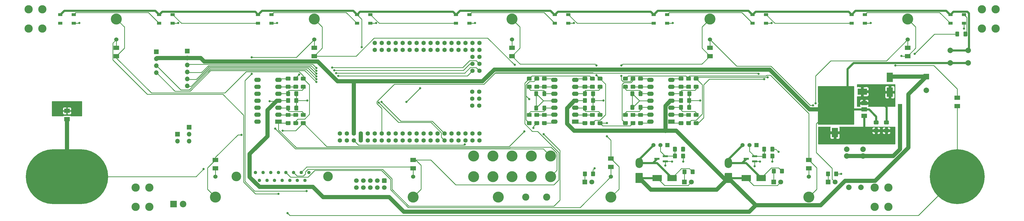
<source format=gbr>
%TF.GenerationSoftware,KiCad,Pcbnew,(5.1.6)-1*%
%TF.CreationDate,2021-09-29T15:37:12-07:00*%
%TF.ProjectId,NiCd Battery Shield - VP400KH,4e694364-2042-4617-9474-657279205368,1*%
%TF.SameCoordinates,Original*%
%TF.FileFunction,Copper,L1,Top*%
%TF.FilePolarity,Positive*%
%FSLAX46Y46*%
G04 Gerber Fmt 4.6, Leading zero omitted, Abs format (unit mm)*
G04 Created by KiCad (PCBNEW (5.1.6)-1) date 2021-09-29 15:37:12*
%MOMM*%
%LPD*%
G01*
G04 APERTURE LIST*
%TA.AperFunction,ComponentPad*%
%ADD10C,2.000000*%
%TD*%
%TA.AperFunction,WasherPad*%
%ADD11C,2.000000*%
%TD*%
%TA.AperFunction,ComponentPad*%
%ADD12C,20.000000*%
%TD*%
%TA.AperFunction,ComponentPad*%
%ADD13C,0.500000*%
%TD*%
%TA.AperFunction,ComponentPad*%
%ADD14O,30.000000X20.000000*%
%TD*%
%TA.AperFunction,ComponentPad*%
%ADD15C,1.250000*%
%TD*%
%TA.AperFunction,ComponentPad*%
%ADD16C,3.500000*%
%TD*%
%TA.AperFunction,ComponentPad*%
%ADD17R,2.000000X2.000000*%
%TD*%
%TA.AperFunction,ComponentPad*%
%ADD18C,1.524000*%
%TD*%
%TA.AperFunction,SMDPad,CuDef*%
%ADD19R,3.500000X2.300000*%
%TD*%
%TA.AperFunction,ComponentPad*%
%ADD20C,4.000000*%
%TD*%
%TA.AperFunction,ComponentPad*%
%ADD21C,2.600000*%
%TD*%
%TA.AperFunction,ComponentPad*%
%ADD22C,1.800000*%
%TD*%
%TA.AperFunction,ComponentPad*%
%ADD23R,1.800000X1.800000*%
%TD*%
%TA.AperFunction,SMDPad,CuDef*%
%ADD24R,1.500000X1.000000*%
%TD*%
%TA.AperFunction,SMDPad,CuDef*%
%ADD25R,2.000000X1.520000*%
%TD*%
%TA.AperFunction,SMDPad,CuDef*%
%ADD26R,1.520000X2.000000*%
%TD*%
%TA.AperFunction,ComponentPad*%
%ADD27O,2.700000X3.700000*%
%TD*%
%TA.AperFunction,SMDPad,CuDef*%
%ADD28R,1.900000X0.800000*%
%TD*%
%TA.AperFunction,ComponentPad*%
%ADD29O,2.400000X1.600000*%
%TD*%
%TA.AperFunction,ComponentPad*%
%ADD30R,2.400000X1.600000*%
%TD*%
%TA.AperFunction,ComponentPad*%
%ADD31C,1.600000*%
%TD*%
%TA.AperFunction,ComponentPad*%
%ADD32R,1.500000X1.500000*%
%TD*%
%TA.AperFunction,ComponentPad*%
%ADD33C,1.500000*%
%TD*%
%TA.AperFunction,SMDPad,CuDef*%
%ADD34R,2.300000X3.500000*%
%TD*%
%TA.AperFunction,ComponentPad*%
%ADD35C,3.000000*%
%TD*%
%TA.AperFunction,ComponentPad*%
%ADD36O,1.700000X1.700000*%
%TD*%
%TA.AperFunction,ComponentPad*%
%ADD37R,1.700000X1.700000*%
%TD*%
%TA.AperFunction,ComponentPad*%
%ADD38C,1.700000*%
%TD*%
%TA.AperFunction,ComponentPad*%
%ADD39R,2.400000X2.400000*%
%TD*%
%TA.AperFunction,ComponentPad*%
%ADD40C,2.400000*%
%TD*%
%TA.AperFunction,SMDPad,CuDef*%
%ADD41R,2.000000X3.800000*%
%TD*%
%TA.AperFunction,SMDPad,CuDef*%
%ADD42R,2.000000X1.500000*%
%TD*%
%TA.AperFunction,ViaPad*%
%ADD43C,0.800000*%
%TD*%
%TA.AperFunction,Conductor*%
%ADD44C,0.250000*%
%TD*%
%TA.AperFunction,Conductor*%
%ADD45C,0.750000*%
%TD*%
%TA.AperFunction,Conductor*%
%ADD46C,1.500000*%
%TD*%
%TA.AperFunction,Conductor*%
%ADD47C,0.254000*%
%TD*%
G04 APERTURE END LIST*
D10*
%TO.P,SW1,1*%
%TO.N,BATTERY+*%
X341800000Y-175000000D03*
%TO.P,SW1,3*%
X347700000Y-175000000D03*
%TO.P,SW1,2*%
%TO.N,Net-(F12-Pad1)*%
X341800000Y-177500000D03*
%TO.P,SW1,4*%
X347700000Y-177500000D03*
D11*
%TO.P,SW1,*%
%TO.N,*%
X346950000Y-188900000D03*
X342550000Y-188900000D03*
%TD*%
D12*
%TO.P,J1,1*%
%TO.N,BATTERY+*%
X382000000Y-185000000D03*
D13*
X382000000Y-178650000D03*
X379828172Y-179032952D03*
X377918299Y-180135618D03*
X376500739Y-181825000D03*
X375746471Y-183897334D03*
X375746471Y-186102666D03*
X376500739Y-188175000D03*
X377918299Y-189864382D03*
X379828172Y-190967048D03*
X382000000Y-191350000D03*
X384171828Y-190967048D03*
X386081701Y-189864382D03*
X387499261Y-188175000D03*
X388253529Y-186102666D03*
X388253529Y-183897334D03*
X387499261Y-181825000D03*
X386081701Y-180135618D03*
X384171828Y-179032952D03*
X382000000Y-177380000D03*
X379393807Y-177839542D03*
X377101958Y-179162741D03*
X375400886Y-181190000D03*
X374495765Y-183676801D03*
X374495765Y-186323199D03*
X375400886Y-188810000D03*
X377101958Y-190837259D03*
X379393807Y-192160458D03*
X382000000Y-192620000D03*
X384606193Y-192160458D03*
X386898042Y-190837259D03*
X388599114Y-188810000D03*
X389504235Y-186323199D03*
X389504235Y-183676801D03*
X388599114Y-181190000D03*
X386898042Y-179162741D03*
X384606193Y-177839542D03*
X382000000Y-176110000D03*
X378959441Y-176646133D03*
X376285618Y-178189865D03*
X374301034Y-180555000D03*
X373245059Y-183456268D03*
X373245059Y-186543732D03*
X374301034Y-189445000D03*
X376285618Y-191810135D03*
X378959441Y-193353867D03*
X382000000Y-193890000D03*
X385040559Y-193353867D03*
X387714382Y-191810135D03*
X389698966Y-189445000D03*
X390754941Y-186543732D03*
X390754941Y-183456268D03*
X389698966Y-180555000D03*
X387714382Y-178189865D03*
X385040559Y-176646133D03*
%TD*%
%TO.P,J12,1*%
%TO.N,BATTERY-*%
X58000000Y-193650000D03*
X58000000Y-191110000D03*
X60500000Y-192380000D03*
X60500000Y-191110000D03*
X60500000Y-193650000D03*
X58000000Y-192380000D03*
X55500000Y-193650000D03*
X55500000Y-191110000D03*
X55500000Y-192380000D03*
X58000000Y-178400000D03*
X58000000Y-177130000D03*
X58000000Y-175860000D03*
X60500000Y-178400000D03*
X60500000Y-175860000D03*
X60500000Y-177130000D03*
X55500000Y-178400000D03*
X55500000Y-177130000D03*
X55500000Y-175860000D03*
X68714382Y-191560135D03*
X63000000Y-191100000D03*
X63000000Y-178400000D03*
X65606193Y-177589542D03*
X63000000Y-192370000D03*
X69599114Y-188560000D03*
X66040559Y-176396133D03*
X68714382Y-177939865D03*
X70698966Y-180305000D03*
X63000000Y-177130000D03*
X63000000Y-193640000D03*
X70504235Y-183426801D03*
X68499261Y-187925000D03*
X65171828Y-178782952D03*
X71754941Y-183206268D03*
X70698966Y-189195000D03*
X66040559Y-193103867D03*
X63000000Y-175860000D03*
X67898042Y-178912741D03*
X69599114Y-180940000D03*
X70504235Y-186073199D03*
X67081701Y-189614382D03*
X68499261Y-181575000D03*
X67081701Y-179885618D03*
X65606193Y-191910458D03*
X65171828Y-190717048D03*
X67898042Y-190587259D03*
X69253529Y-183647334D03*
X71754941Y-186293732D03*
X69253529Y-185852666D03*
X47285618Y-191560135D03*
X44245059Y-186293732D03*
X46400886Y-188560000D03*
X53000000Y-191100000D03*
X46746471Y-183647334D03*
X53000000Y-178400000D03*
X46400886Y-180940000D03*
X48918299Y-189614382D03*
X53000000Y-192370000D03*
X53000000Y-177130000D03*
X53000000Y-193640000D03*
X50828172Y-178782952D03*
X50393807Y-177589542D03*
X50828172Y-190717048D03*
X49959441Y-193103867D03*
X45301034Y-189195000D03*
X45301034Y-180305000D03*
X45495765Y-183426801D03*
X47500739Y-181575000D03*
X47285618Y-177939865D03*
X47500739Y-187925000D03*
X49959441Y-176396133D03*
X53000000Y-175860000D03*
X48101958Y-178912741D03*
X50393807Y-191910458D03*
X48101958Y-190587259D03*
X46746471Y-185852666D03*
X48918299Y-179885618D03*
X44245059Y-183206268D03*
X45495765Y-186073199D03*
D14*
X58000000Y-185000000D03*
%TD*%
D15*
%TO.P,J6,15*%
%TO.N,Net-(J6-Pad15)*%
X144635000Y-186340000D03*
%TO.P,J6,14*%
%TO.N,Net-(J6-Pad14)*%
X141865000Y-186340000D03*
%TO.P,J6,13*%
%TO.N,Net-(J6-Pad13)*%
X139095000Y-186340000D03*
%TO.P,J6,12*%
%TO.N,Net-(J6-Pad12)*%
X136325000Y-186340000D03*
%TO.P,J6,11*%
%TO.N,BATTERY-*%
X133555000Y-186340000D03*
%TO.P,J6,10*%
%TO.N,Net-(F10-Pad1)*%
X130785000Y-186340000D03*
%TO.P,J6,9*%
%TO.N,Net-(F9-Pad1)*%
X128015000Y-186340000D03*
%TO.P,J6,8*%
%TO.N,Net-(F8-Pad1)*%
X146020000Y-183500000D03*
%TO.P,J6,7*%
%TO.N,Net-(F7-Pad1)*%
X143250000Y-183500000D03*
%TO.P,J6,6*%
%TO.N,Net-(F6-Pad1)*%
X140480000Y-183500000D03*
%TO.P,J6,5*%
%TO.N,Net-(F5-Pad1)*%
X137710000Y-183500000D03*
%TO.P,J6,4*%
%TO.N,Net-(F4-Pad1)*%
X134940000Y-183500000D03*
%TO.P,J6,3*%
%TO.N,Net-(F3-Pad1)*%
X132170000Y-183500000D03*
%TO.P,J6,2*%
%TO.N,Net-(F2-Pad1)*%
X129400000Y-183500000D03*
%TO.P,J6,1*%
%TO.N,BATTERY+*%
X126630000Y-183500000D03*
D16*
%TO.P,J6,*%
%TO.N,*%
X152975000Y-184920000D03*
X119675000Y-184920000D03*
%TD*%
D10*
%TO.P,C4,2*%
%TO.N,GND*%
X370750000Y-153500000D03*
D17*
%TO.P,C4,1*%
%TO.N,12VDC_BUS*%
X370750000Y-148500000D03*
%TD*%
D18*
%TO.P,J7,1*%
%TO.N,Net-(F6-Pad1)*%
X220000000Y-135000000D03*
%TD*%
D19*
%TO.P,D1,2*%
%TO.N,5V*%
X342050000Y-154000000D03*
%TO.P,D1,1*%
%TO.N,Net-(C5-Pad1)*%
X347450000Y-154000000D03*
%TD*%
D20*
%TO.P,TP19,1*%
%TO.N,/OP-AMPS/CELL10_FUSED*%
X76000000Y-127500000D03*
%TD*%
%TO.P,TP17,1*%
%TO.N,/OP-AMPS/CELL9_FUSED*%
X112000000Y-192500000D03*
%TD*%
%TO.P,TP14,1*%
%TO.N,/OP-AMPS/CELL8_FUSED*%
X148000000Y-127500000D03*
%TD*%
%TO.P,TP12,1*%
%TO.N,/OP-AMPS/CELL7_FUSED*%
X184000000Y-192500000D03*
%TD*%
%TO.P,TP10,1*%
%TO.N,/OP-AMPS/CELL6_FUSED*%
X220000000Y-127500000D03*
%TD*%
%TO.P,TP8,1*%
%TO.N,/OP-AMPS/CELL5_FUSED*%
X256000000Y-192500000D03*
%TD*%
%TO.P,TP6,1*%
%TO.N,/OP-AMPS/CELL4_FUSED*%
X292000000Y-127500000D03*
%TD*%
%TO.P,TP4,1*%
%TO.N,/OP-AMPS/CELL3_FUSED*%
X328000000Y-192500000D03*
%TD*%
%TO.P,TP2,1*%
%TO.N,/OP-AMPS/CELL2_FUSED*%
X364000000Y-127500000D03*
%TD*%
D21*
%TO.P,TP15,1*%
%TO.N,GND*%
X232620000Y-192500000D03*
X225000000Y-192500000D03*
%TD*%
D18*
%TO.P,J11,1*%
%TO.N,Net-(F10-Pad1)*%
X76000000Y-135000000D03*
%TD*%
%TO.P,J10,1*%
%TO.N,Net-(F9-Pad1)*%
X112000000Y-185000000D03*
%TD*%
%TO.P,J9,1*%
%TO.N,Net-(F8-Pad1)*%
X148000000Y-135000000D03*
%TD*%
%TO.P,J8,1*%
%TO.N,Net-(F7-Pad1)*%
X184000000Y-185000000D03*
%TD*%
%TO.P,J5,1*%
%TO.N,Net-(F5-Pad1)*%
X256000000Y-185000000D03*
%TD*%
%TO.P,J4,1*%
%TO.N,Net-(F4-Pad1)*%
X292000000Y-135000000D03*
%TD*%
%TO.P,J3,1*%
%TO.N,Net-(F3-Pad1)*%
X328000000Y-185000000D03*
%TD*%
%TO.P,J2,1*%
%TO.N,Net-(F2-Pad1)*%
X364000000Y-135000000D03*
%TD*%
D22*
%TO.P,D5,2*%
%TO.N,5V*%
X337540000Y-187000000D03*
D23*
%TO.P,D5,1*%
%TO.N,Net-(D5-Pad1)*%
X335000000Y-187000000D03*
%TD*%
D22*
%TO.P,D3,2*%
%TO.N,12VDC_BUS*%
X249040000Y-187000000D03*
D23*
%TO.P,D3,1*%
%TO.N,Net-(D3-Pad1)*%
X246500000Y-187000000D03*
%TD*%
%TO.P,R47,2*%
%TO.N,Net-(D6-Pad2)*%
%TA.AperFunction,SMDPad,CuDef*%
G36*
G01*
X317512500Y-183625000D02*
X317512500Y-182375000D01*
G75*
G02*
X317762500Y-182125000I250000J0D01*
G01*
X318687500Y-182125000D01*
G75*
G02*
X318937500Y-182375000I0J-250000D01*
G01*
X318937500Y-183625000D01*
G75*
G02*
X318687500Y-183875000I-250000J0D01*
G01*
X317762500Y-183875000D01*
G75*
G02*
X317512500Y-183625000I0J250000D01*
G01*
G37*
%TD.AperFunction*%
%TO.P,R47,1*%
%TO.N,Net-(D4-Pad1)*%
%TA.AperFunction,SMDPad,CuDef*%
G36*
G01*
X314537500Y-183625000D02*
X314537500Y-182375000D01*
G75*
G02*
X314787500Y-182125000I250000J0D01*
G01*
X315712500Y-182125000D01*
G75*
G02*
X315962500Y-182375000I0J-250000D01*
G01*
X315962500Y-183625000D01*
G75*
G02*
X315712500Y-183875000I-250000J0D01*
G01*
X314787500Y-183875000D01*
G75*
G02*
X314537500Y-183625000I0J250000D01*
G01*
G37*
%TD.AperFunction*%
%TD*%
D22*
%TO.P,D4,2*%
%TO.N,12VDC_BUS*%
X317790000Y-187000000D03*
D23*
%TO.P,D4,1*%
%TO.N,Net-(D4-Pad1)*%
X315250000Y-187000000D03*
%TD*%
%TO.P,C1,2*%
%TO.N,GND*%
%TA.AperFunction,SMDPad,CuDef*%
G36*
G01*
X283762500Y-157875000D02*
X283762500Y-156625000D01*
G75*
G02*
X284012500Y-156375000I250000J0D01*
G01*
X284937500Y-156375000D01*
G75*
G02*
X285187500Y-156625000I0J-250000D01*
G01*
X285187500Y-157875000D01*
G75*
G02*
X284937500Y-158125000I-250000J0D01*
G01*
X284012500Y-158125000D01*
G75*
G02*
X283762500Y-157875000I0J250000D01*
G01*
G37*
%TD.AperFunction*%
%TO.P,C1,1*%
%TO.N,12VDC_BUS*%
%TA.AperFunction,SMDPad,CuDef*%
G36*
G01*
X280787500Y-157875000D02*
X280787500Y-156625000D01*
G75*
G02*
X281037500Y-156375000I250000J0D01*
G01*
X281962500Y-156375000D01*
G75*
G02*
X282212500Y-156625000I0J-250000D01*
G01*
X282212500Y-157875000D01*
G75*
G02*
X281962500Y-158125000I-250000J0D01*
G01*
X281037500Y-158125000D01*
G75*
G02*
X280787500Y-157875000I0J250000D01*
G01*
G37*
%TD.AperFunction*%
%TD*%
%TO.P,C2,2*%
%TO.N,GND*%
%TA.AperFunction,SMDPad,CuDef*%
G36*
G01*
X248762500Y-157875000D02*
X248762500Y-156625000D01*
G75*
G02*
X249012500Y-156375000I250000J0D01*
G01*
X249937500Y-156375000D01*
G75*
G02*
X250187500Y-156625000I0J-250000D01*
G01*
X250187500Y-157875000D01*
G75*
G02*
X249937500Y-158125000I-250000J0D01*
G01*
X249012500Y-158125000D01*
G75*
G02*
X248762500Y-157875000I0J250000D01*
G01*
G37*
%TD.AperFunction*%
%TO.P,C2,1*%
%TO.N,12VDC_BUS*%
%TA.AperFunction,SMDPad,CuDef*%
G36*
G01*
X245787500Y-157875000D02*
X245787500Y-156625000D01*
G75*
G02*
X246037500Y-156375000I250000J0D01*
G01*
X246962500Y-156375000D01*
G75*
G02*
X247212500Y-156625000I0J-250000D01*
G01*
X247212500Y-157875000D01*
G75*
G02*
X246962500Y-158125000I-250000J0D01*
G01*
X246037500Y-158125000D01*
G75*
G02*
X245787500Y-157875000I0J250000D01*
G01*
G37*
%TD.AperFunction*%
%TD*%
%TO.P,C3,2*%
%TO.N,GND*%
%TA.AperFunction,SMDPad,CuDef*%
G36*
G01*
X140762500Y-157875000D02*
X140762500Y-156625000D01*
G75*
G02*
X141012500Y-156375000I250000J0D01*
G01*
X141937500Y-156375000D01*
G75*
G02*
X142187500Y-156625000I0J-250000D01*
G01*
X142187500Y-157875000D01*
G75*
G02*
X141937500Y-158125000I-250000J0D01*
G01*
X141012500Y-158125000D01*
G75*
G02*
X140762500Y-157875000I0J250000D01*
G01*
G37*
%TD.AperFunction*%
%TO.P,C3,1*%
%TO.N,12VDC_BUS*%
%TA.AperFunction,SMDPad,CuDef*%
G36*
G01*
X137787500Y-157875000D02*
X137787500Y-156625000D01*
G75*
G02*
X138037500Y-156375000I250000J0D01*
G01*
X138962500Y-156375000D01*
G75*
G02*
X139212500Y-156625000I0J-250000D01*
G01*
X139212500Y-157875000D01*
G75*
G02*
X138962500Y-158125000I-250000J0D01*
G01*
X138037500Y-158125000D01*
G75*
G02*
X137787500Y-157875000I0J250000D01*
G01*
G37*
%TD.AperFunction*%
%TD*%
D19*
%TO.P,D6,2*%
%TO.N,Net-(D6-Pad2)*%
X310650000Y-185500000D03*
%TO.P,D6,1*%
%TO.N,12VDC_BUS*%
X305250000Y-185500000D03*
%TD*%
D24*
%TO.P,D7,1*%
%TO.N,STATUS_CHECK*%
X379550000Y-125900000D03*
%TO.P,D7,2*%
%TO.N,Net-(D7-Pad2)*%
X379550000Y-129100000D03*
%TO.P,D7,4*%
%TO.N,Net-(D7-Pad4)*%
X384450000Y-125900000D03*
%TO.P,D7,3*%
%TO.N,GND*%
X384450000Y-129100000D03*
%TD*%
%TO.P,D8,1*%
%TO.N,STATUS_CHECK*%
X343550000Y-125900000D03*
%TO.P,D8,2*%
%TO.N,Net-(D8-Pad2)*%
X343550000Y-129100000D03*
%TO.P,D8,4*%
%TO.N,Net-(D7-Pad2)*%
X348450000Y-125900000D03*
%TO.P,D8,3*%
%TO.N,GND*%
X348450000Y-129100000D03*
%TD*%
%TO.P,D9,1*%
%TO.N,STATUS_CHECK*%
X307550000Y-125900000D03*
%TO.P,D9,2*%
%TO.N,Net-(D10-Pad4)*%
X307550000Y-129100000D03*
%TO.P,D9,4*%
%TO.N,Net-(D8-Pad2)*%
X312450000Y-125900000D03*
%TO.P,D9,3*%
%TO.N,GND*%
X312450000Y-129100000D03*
%TD*%
%TO.P,D10,1*%
%TO.N,STATUS_CHECK*%
X271550000Y-125900000D03*
%TO.P,D10,2*%
%TO.N,Net-(D10-Pad2)*%
X271550000Y-129100000D03*
%TO.P,D10,4*%
%TO.N,Net-(D10-Pad4)*%
X276450000Y-125900000D03*
%TO.P,D10,3*%
%TO.N,GND*%
X276450000Y-129100000D03*
%TD*%
%TO.P,D11,1*%
%TO.N,STATUS_CHECK*%
X235550000Y-125900000D03*
%TO.P,D11,2*%
%TO.N,Net-(D11-Pad2)*%
X235550000Y-129100000D03*
%TO.P,D11,4*%
%TO.N,Net-(D10-Pad2)*%
X240450000Y-125900000D03*
%TO.P,D11,3*%
%TO.N,GND*%
X240450000Y-129100000D03*
%TD*%
%TO.P,D12,1*%
%TO.N,STATUS_CHECK*%
X199550000Y-125900000D03*
%TO.P,D12,2*%
%TO.N,Net-(D12-Pad2)*%
X199550000Y-129100000D03*
%TO.P,D12,4*%
%TO.N,Net-(D11-Pad2)*%
X204450000Y-125900000D03*
%TO.P,D12,3*%
%TO.N,GND*%
X204450000Y-129100000D03*
%TD*%
%TO.P,D13,1*%
%TO.N,STATUS_CHECK*%
X163550000Y-125900000D03*
%TO.P,D13,2*%
%TO.N,Net-(D13-Pad2)*%
X163550000Y-129100000D03*
%TO.P,D13,4*%
%TO.N,Net-(D12-Pad2)*%
X168450000Y-125900000D03*
%TO.P,D13,3*%
%TO.N,GND*%
X168450000Y-129100000D03*
%TD*%
%TO.P,D14,1*%
%TO.N,STATUS_CHECK*%
X127550000Y-125900000D03*
%TO.P,D14,2*%
%TO.N,Net-(D14-Pad2)*%
X127550000Y-129100000D03*
%TO.P,D14,4*%
%TO.N,Net-(D13-Pad2)*%
X132450000Y-125900000D03*
%TO.P,D14,3*%
%TO.N,GND*%
X132450000Y-129100000D03*
%TD*%
%TO.P,D15,1*%
%TO.N,STATUS_CHECK*%
X91550000Y-125900000D03*
%TO.P,D15,2*%
%TO.N,Net-(D15-Pad2)*%
X91550000Y-129100000D03*
%TO.P,D15,4*%
%TO.N,Net-(D14-Pad2)*%
X96450000Y-125900000D03*
%TO.P,D15,3*%
%TO.N,GND*%
X96450000Y-129100000D03*
%TD*%
%TO.P,D16,1*%
%TO.N,STATUS_CHECK*%
X55550000Y-125900000D03*
%TO.P,D16,2*%
%TO.N,Net-(D16-Pad2)*%
X55550000Y-129100000D03*
%TO.P,D16,4*%
%TO.N,Net-(D15-Pad2)*%
X60450000Y-125900000D03*
%TO.P,D16,3*%
%TO.N,GND*%
X60450000Y-129100000D03*
%TD*%
D25*
%TO.P,F1,2*%
%TO.N,/OP-AMPS/CELL1_FUSED*%
X382000000Y-156210000D03*
%TO.P,F1,1*%
%TO.N,BATTERY+*%
X382000000Y-159250000D03*
%TD*%
%TO.P,F2,2*%
%TO.N,/OP-AMPS/CELL2_FUSED*%
X364000000Y-141040000D03*
%TO.P,F2,1*%
%TO.N,Net-(F2-Pad1)*%
X364000000Y-138000000D03*
%TD*%
%TO.P,F3,2*%
%TO.N,/OP-AMPS/CELL3_FUSED*%
X328000000Y-178960000D03*
%TO.P,F3,1*%
%TO.N,Net-(F3-Pad1)*%
X328000000Y-182000000D03*
%TD*%
%TO.P,F4,2*%
%TO.N,/OP-AMPS/CELL4_FUSED*%
X292000000Y-141040000D03*
%TO.P,F4,1*%
%TO.N,Net-(F4-Pad1)*%
X292000000Y-138000000D03*
%TD*%
%TO.P,F5,2*%
%TO.N,/OP-AMPS/CELL5_FUSED*%
X256000000Y-178460000D03*
%TO.P,F5,1*%
%TO.N,Net-(F5-Pad1)*%
X256000000Y-181500000D03*
%TD*%
D26*
%TO.P,F12,2*%
%TO.N,12VDC_BUS*%
X364270000Y-159500000D03*
%TO.P,F12,1*%
%TO.N,Net-(F12-Pad1)*%
X361230000Y-159500000D03*
%TD*%
D27*
%TO.P,J13,2*%
%TO.N,Net-(D6-Pad2)*%
X298750000Y-180000000D03*
%TO.P,J13,1*%
%TO.N,12VDC_BUS*%
%TA.AperFunction,ComponentPad*%
G36*
G01*
X300100000Y-183900001D02*
X300100000Y-187099999D01*
G75*
G02*
X299849999Y-187350000I-250001J0D01*
G01*
X297650001Y-187350000D01*
G75*
G02*
X297400000Y-187099999I0J250001D01*
G01*
X297400000Y-183900001D01*
G75*
G02*
X297650001Y-183650000I250001J0D01*
G01*
X299849999Y-183650000D01*
G75*
G02*
X300100000Y-183900001I0J-250001D01*
G01*
G37*
%TD.AperFunction*%
%TD*%
D28*
%TO.P,Q1,3*%
%TO.N,Net-(D6-Pad2)*%
X305250000Y-178500000D03*
%TO.P,Q1,2*%
%TO.N,Net-(Q1-Pad2)*%
X308250000Y-177550000D03*
%TO.P,Q1,1*%
%TO.N,GND*%
X308250000Y-179450000D03*
%TD*%
%TO.P,R1,2*%
%TO.N,GND*%
%TA.AperFunction,SMDPad,CuDef*%
G36*
G01*
X283762500Y-160375000D02*
X283762500Y-159125000D01*
G75*
G02*
X284012500Y-158875000I250000J0D01*
G01*
X284937500Y-158875000D01*
G75*
G02*
X285187500Y-159125000I0J-250000D01*
G01*
X285187500Y-160375000D01*
G75*
G02*
X284937500Y-160625000I-250000J0D01*
G01*
X284012500Y-160625000D01*
G75*
G02*
X283762500Y-160375000I0J250000D01*
G01*
G37*
%TD.AperFunction*%
%TO.P,R1,1*%
%TO.N,Net-(R1-Pad1)*%
%TA.AperFunction,SMDPad,CuDef*%
G36*
G01*
X280787500Y-160375000D02*
X280787500Y-159125000D01*
G75*
G02*
X281037500Y-158875000I250000J0D01*
G01*
X281962500Y-158875000D01*
G75*
G02*
X282212500Y-159125000I0J-250000D01*
G01*
X282212500Y-160375000D01*
G75*
G02*
X281962500Y-160625000I-250000J0D01*
G01*
X281037500Y-160625000D01*
G75*
G02*
X280787500Y-160375000I0J250000D01*
G01*
G37*
%TD.AperFunction*%
%TD*%
%TO.P,R2,2*%
%TO.N,Net-(R1-Pad1)*%
%TA.AperFunction,SMDPad,CuDef*%
G36*
G01*
X287625000Y-163212500D02*
X286375000Y-163212500D01*
G75*
G02*
X286125000Y-162962500I0J250000D01*
G01*
X286125000Y-162037500D01*
G75*
G02*
X286375000Y-161787500I250000J0D01*
G01*
X287625000Y-161787500D01*
G75*
G02*
X287875000Y-162037500I0J-250000D01*
G01*
X287875000Y-162962500D01*
G75*
G02*
X287625000Y-163212500I-250000J0D01*
G01*
G37*
%TD.AperFunction*%
%TO.P,R2,1*%
%TO.N,/OP-AMPS/CELL1_FUSED*%
%TA.AperFunction,SMDPad,CuDef*%
G36*
G01*
X287625000Y-166187500D02*
X286375000Y-166187500D01*
G75*
G02*
X286125000Y-165937500I0J250000D01*
G01*
X286125000Y-165012500D01*
G75*
G02*
X286375000Y-164762500I250000J0D01*
G01*
X287625000Y-164762500D01*
G75*
G02*
X287875000Y-165012500I0J-250000D01*
G01*
X287875000Y-165937500D01*
G75*
G02*
X287625000Y-166187500I-250000J0D01*
G01*
G37*
%TD.AperFunction*%
%TD*%
%TO.P,R3,2*%
%TO.N,Net-(R3-Pad2)*%
%TA.AperFunction,SMDPad,CuDef*%
G36*
G01*
X284875000Y-163212500D02*
X283625000Y-163212500D01*
G75*
G02*
X283375000Y-162962500I0J250000D01*
G01*
X283375000Y-162037500D01*
G75*
G02*
X283625000Y-161787500I250000J0D01*
G01*
X284875000Y-161787500D01*
G75*
G02*
X285125000Y-162037500I0J-250000D01*
G01*
X285125000Y-162962500D01*
G75*
G02*
X284875000Y-163212500I-250000J0D01*
G01*
G37*
%TD.AperFunction*%
%TO.P,R3,1*%
%TO.N,/OP-AMPS/CELL2_FUSED*%
%TA.AperFunction,SMDPad,CuDef*%
G36*
G01*
X284875000Y-166187500D02*
X283625000Y-166187500D01*
G75*
G02*
X283375000Y-165937500I0J250000D01*
G01*
X283375000Y-165012500D01*
G75*
G02*
X283625000Y-164762500I250000J0D01*
G01*
X284875000Y-164762500D01*
G75*
G02*
X285125000Y-165012500I0J-250000D01*
G01*
X285125000Y-165937500D01*
G75*
G02*
X284875000Y-166187500I-250000J0D01*
G01*
G37*
%TD.AperFunction*%
%TD*%
%TO.P,R4,2*%
%TO.N,A0*%
%TA.AperFunction,SMDPad,CuDef*%
G36*
G01*
X280875000Y-164787500D02*
X282125000Y-164787500D01*
G75*
G02*
X282375000Y-165037500I0J-250000D01*
G01*
X282375000Y-165962500D01*
G75*
G02*
X282125000Y-166212500I-250000J0D01*
G01*
X280875000Y-166212500D01*
G75*
G02*
X280625000Y-165962500I0J250000D01*
G01*
X280625000Y-165037500D01*
G75*
G02*
X280875000Y-164787500I250000J0D01*
G01*
G37*
%TD.AperFunction*%
%TO.P,R4,1*%
%TO.N,Net-(R3-Pad2)*%
%TA.AperFunction,SMDPad,CuDef*%
G36*
G01*
X280875000Y-161812500D02*
X282125000Y-161812500D01*
G75*
G02*
X282375000Y-162062500I0J-250000D01*
G01*
X282375000Y-162987500D01*
G75*
G02*
X282125000Y-163237500I-250000J0D01*
G01*
X280875000Y-163237500D01*
G75*
G02*
X280625000Y-162987500I0J250000D01*
G01*
X280625000Y-162062500D01*
G75*
G02*
X280875000Y-161812500I250000J0D01*
G01*
G37*
%TD.AperFunction*%
%TD*%
%TO.P,R5,2*%
%TO.N,GND*%
%TA.AperFunction,SMDPad,CuDef*%
G36*
G01*
X283787500Y-155375000D02*
X283787500Y-154125000D01*
G75*
G02*
X284037500Y-153875000I250000J0D01*
G01*
X284962500Y-153875000D01*
G75*
G02*
X285212500Y-154125000I0J-250000D01*
G01*
X285212500Y-155375000D01*
G75*
G02*
X284962500Y-155625000I-250000J0D01*
G01*
X284037500Y-155625000D01*
G75*
G02*
X283787500Y-155375000I0J250000D01*
G01*
G37*
%TD.AperFunction*%
%TO.P,R5,1*%
%TO.N,Net-(R5-Pad1)*%
%TA.AperFunction,SMDPad,CuDef*%
G36*
G01*
X280812500Y-155375000D02*
X280812500Y-154125000D01*
G75*
G02*
X281062500Y-153875000I250000J0D01*
G01*
X281987500Y-153875000D01*
G75*
G02*
X282237500Y-154125000I0J-250000D01*
G01*
X282237500Y-155375000D01*
G75*
G02*
X281987500Y-155625000I-250000J0D01*
G01*
X281062500Y-155625000D01*
G75*
G02*
X280812500Y-155375000I0J250000D01*
G01*
G37*
%TD.AperFunction*%
%TD*%
%TO.P,R6,2*%
%TO.N,Net-(R5-Pad1)*%
%TA.AperFunction,SMDPad,CuDef*%
G36*
G01*
X286375000Y-151537500D02*
X287625000Y-151537500D01*
G75*
G02*
X287875000Y-151787500I0J-250000D01*
G01*
X287875000Y-152712500D01*
G75*
G02*
X287625000Y-152962500I-250000J0D01*
G01*
X286375000Y-152962500D01*
G75*
G02*
X286125000Y-152712500I0J250000D01*
G01*
X286125000Y-151787500D01*
G75*
G02*
X286375000Y-151537500I250000J0D01*
G01*
G37*
%TD.AperFunction*%
%TO.P,R6,1*%
%TO.N,/OP-AMPS/CELL2_FUSED*%
%TA.AperFunction,SMDPad,CuDef*%
G36*
G01*
X286375000Y-148562500D02*
X287625000Y-148562500D01*
G75*
G02*
X287875000Y-148812500I0J-250000D01*
G01*
X287875000Y-149737500D01*
G75*
G02*
X287625000Y-149987500I-250000J0D01*
G01*
X286375000Y-149987500D01*
G75*
G02*
X286125000Y-149737500I0J250000D01*
G01*
X286125000Y-148812500D01*
G75*
G02*
X286375000Y-148562500I250000J0D01*
G01*
G37*
%TD.AperFunction*%
%TD*%
%TO.P,R7,2*%
%TO.N,Net-(R7-Pad2)*%
%TA.AperFunction,SMDPad,CuDef*%
G36*
G01*
X283625000Y-151537500D02*
X284875000Y-151537500D01*
G75*
G02*
X285125000Y-151787500I0J-250000D01*
G01*
X285125000Y-152712500D01*
G75*
G02*
X284875000Y-152962500I-250000J0D01*
G01*
X283625000Y-152962500D01*
G75*
G02*
X283375000Y-152712500I0J250000D01*
G01*
X283375000Y-151787500D01*
G75*
G02*
X283625000Y-151537500I250000J0D01*
G01*
G37*
%TD.AperFunction*%
%TO.P,R7,1*%
%TO.N,/OP-AMPS/CELL3_FUSED*%
%TA.AperFunction,SMDPad,CuDef*%
G36*
G01*
X283625000Y-148562500D02*
X284875000Y-148562500D01*
G75*
G02*
X285125000Y-148812500I0J-250000D01*
G01*
X285125000Y-149737500D01*
G75*
G02*
X284875000Y-149987500I-250000J0D01*
G01*
X283625000Y-149987500D01*
G75*
G02*
X283375000Y-149737500I0J250000D01*
G01*
X283375000Y-148812500D01*
G75*
G02*
X283625000Y-148562500I250000J0D01*
G01*
G37*
%TD.AperFunction*%
%TD*%
%TO.P,R8,2*%
%TO.N,A1*%
%TA.AperFunction,SMDPad,CuDef*%
G36*
G01*
X282125000Y-149987500D02*
X280875000Y-149987500D01*
G75*
G02*
X280625000Y-149737500I0J250000D01*
G01*
X280625000Y-148812500D01*
G75*
G02*
X280875000Y-148562500I250000J0D01*
G01*
X282125000Y-148562500D01*
G75*
G02*
X282375000Y-148812500I0J-250000D01*
G01*
X282375000Y-149737500D01*
G75*
G02*
X282125000Y-149987500I-250000J0D01*
G01*
G37*
%TD.AperFunction*%
%TO.P,R8,1*%
%TO.N,Net-(R7-Pad2)*%
%TA.AperFunction,SMDPad,CuDef*%
G36*
G01*
X282125000Y-152962500D02*
X280875000Y-152962500D01*
G75*
G02*
X280625000Y-152712500I0J250000D01*
G01*
X280625000Y-151787500D01*
G75*
G02*
X280875000Y-151537500I250000J0D01*
G01*
X282125000Y-151537500D01*
G75*
G02*
X282375000Y-151787500I0J-250000D01*
G01*
X282375000Y-152712500D01*
G75*
G02*
X282125000Y-152962500I-250000J0D01*
G01*
G37*
%TD.AperFunction*%
%TD*%
%TO.P,R9,2*%
%TO.N,GND*%
%TA.AperFunction,SMDPad,CuDef*%
G36*
G01*
X264487500Y-154125000D02*
X264487500Y-155375000D01*
G75*
G02*
X264237500Y-155625000I-250000J0D01*
G01*
X263312500Y-155625000D01*
G75*
G02*
X263062500Y-155375000I0J250000D01*
G01*
X263062500Y-154125000D01*
G75*
G02*
X263312500Y-153875000I250000J0D01*
G01*
X264237500Y-153875000D01*
G75*
G02*
X264487500Y-154125000I0J-250000D01*
G01*
G37*
%TD.AperFunction*%
%TO.P,R9,1*%
%TO.N,Net-(R10-Pad2)*%
%TA.AperFunction,SMDPad,CuDef*%
G36*
G01*
X267462500Y-154125000D02*
X267462500Y-155375000D01*
G75*
G02*
X267212500Y-155625000I-250000J0D01*
G01*
X266287500Y-155625000D01*
G75*
G02*
X266037500Y-155375000I0J250000D01*
G01*
X266037500Y-154125000D01*
G75*
G02*
X266287500Y-153875000I250000J0D01*
G01*
X267212500Y-153875000D01*
G75*
G02*
X267462500Y-154125000I0J-250000D01*
G01*
G37*
%TD.AperFunction*%
%TD*%
%TO.P,R10,2*%
%TO.N,Net-(R10-Pad2)*%
%TA.AperFunction,SMDPad,CuDef*%
G36*
G01*
X260625000Y-151537500D02*
X261875000Y-151537500D01*
G75*
G02*
X262125000Y-151787500I0J-250000D01*
G01*
X262125000Y-152712500D01*
G75*
G02*
X261875000Y-152962500I-250000J0D01*
G01*
X260625000Y-152962500D01*
G75*
G02*
X260375000Y-152712500I0J250000D01*
G01*
X260375000Y-151787500D01*
G75*
G02*
X260625000Y-151537500I250000J0D01*
G01*
G37*
%TD.AperFunction*%
%TO.P,R10,1*%
%TO.N,/OP-AMPS/CELL3_FUSED*%
%TA.AperFunction,SMDPad,CuDef*%
G36*
G01*
X260625000Y-148562500D02*
X261875000Y-148562500D01*
G75*
G02*
X262125000Y-148812500I0J-250000D01*
G01*
X262125000Y-149737500D01*
G75*
G02*
X261875000Y-149987500I-250000J0D01*
G01*
X260625000Y-149987500D01*
G75*
G02*
X260375000Y-149737500I0J250000D01*
G01*
X260375000Y-148812500D01*
G75*
G02*
X260625000Y-148562500I250000J0D01*
G01*
G37*
%TD.AperFunction*%
%TD*%
%TO.P,R11,2*%
%TO.N,Net-(R11-Pad2)*%
%TA.AperFunction,SMDPad,CuDef*%
G36*
G01*
X263375000Y-151537500D02*
X264625000Y-151537500D01*
G75*
G02*
X264875000Y-151787500I0J-250000D01*
G01*
X264875000Y-152712500D01*
G75*
G02*
X264625000Y-152962500I-250000J0D01*
G01*
X263375000Y-152962500D01*
G75*
G02*
X263125000Y-152712500I0J250000D01*
G01*
X263125000Y-151787500D01*
G75*
G02*
X263375000Y-151537500I250000J0D01*
G01*
G37*
%TD.AperFunction*%
%TO.P,R11,1*%
%TO.N,/OP-AMPS/CELL4_FUSED*%
%TA.AperFunction,SMDPad,CuDef*%
G36*
G01*
X263375000Y-148562500D02*
X264625000Y-148562500D01*
G75*
G02*
X264875000Y-148812500I0J-250000D01*
G01*
X264875000Y-149737500D01*
G75*
G02*
X264625000Y-149987500I-250000J0D01*
G01*
X263375000Y-149987500D01*
G75*
G02*
X263125000Y-149737500I0J250000D01*
G01*
X263125000Y-148812500D01*
G75*
G02*
X263375000Y-148562500I250000J0D01*
G01*
G37*
%TD.AperFunction*%
%TD*%
%TO.P,R12,2*%
%TO.N,A2*%
%TA.AperFunction,SMDPad,CuDef*%
G36*
G01*
X267375000Y-149987500D02*
X266125000Y-149987500D01*
G75*
G02*
X265875000Y-149737500I0J250000D01*
G01*
X265875000Y-148812500D01*
G75*
G02*
X266125000Y-148562500I250000J0D01*
G01*
X267375000Y-148562500D01*
G75*
G02*
X267625000Y-148812500I0J-250000D01*
G01*
X267625000Y-149737500D01*
G75*
G02*
X267375000Y-149987500I-250000J0D01*
G01*
G37*
%TD.AperFunction*%
%TO.P,R12,1*%
%TO.N,Net-(R11-Pad2)*%
%TA.AperFunction,SMDPad,CuDef*%
G36*
G01*
X267375000Y-152962500D02*
X266125000Y-152962500D01*
G75*
G02*
X265875000Y-152712500I0J250000D01*
G01*
X265875000Y-151787500D01*
G75*
G02*
X266125000Y-151537500I250000J0D01*
G01*
X267375000Y-151537500D01*
G75*
G02*
X267625000Y-151787500I0J-250000D01*
G01*
X267625000Y-152712500D01*
G75*
G02*
X267375000Y-152962500I-250000J0D01*
G01*
G37*
%TD.AperFunction*%
%TD*%
%TO.P,R13,2*%
%TO.N,GND*%
%TA.AperFunction,SMDPad,CuDef*%
G36*
G01*
X264487500Y-159125000D02*
X264487500Y-160375000D01*
G75*
G02*
X264237500Y-160625000I-250000J0D01*
G01*
X263312500Y-160625000D01*
G75*
G02*
X263062500Y-160375000I0J250000D01*
G01*
X263062500Y-159125000D01*
G75*
G02*
X263312500Y-158875000I250000J0D01*
G01*
X264237500Y-158875000D01*
G75*
G02*
X264487500Y-159125000I0J-250000D01*
G01*
G37*
%TD.AperFunction*%
%TO.P,R13,1*%
%TO.N,Net-(R13-Pad1)*%
%TA.AperFunction,SMDPad,CuDef*%
G36*
G01*
X267462500Y-159125000D02*
X267462500Y-160375000D01*
G75*
G02*
X267212500Y-160625000I-250000J0D01*
G01*
X266287500Y-160625000D01*
G75*
G02*
X266037500Y-160375000I0J250000D01*
G01*
X266037500Y-159125000D01*
G75*
G02*
X266287500Y-158875000I250000J0D01*
G01*
X267212500Y-158875000D01*
G75*
G02*
X267462500Y-159125000I0J-250000D01*
G01*
G37*
%TD.AperFunction*%
%TD*%
%TO.P,R14,2*%
%TO.N,Net-(R13-Pad1)*%
%TA.AperFunction,SMDPad,CuDef*%
G36*
G01*
X261875000Y-163212500D02*
X260625000Y-163212500D01*
G75*
G02*
X260375000Y-162962500I0J250000D01*
G01*
X260375000Y-162037500D01*
G75*
G02*
X260625000Y-161787500I250000J0D01*
G01*
X261875000Y-161787500D01*
G75*
G02*
X262125000Y-162037500I0J-250000D01*
G01*
X262125000Y-162962500D01*
G75*
G02*
X261875000Y-163212500I-250000J0D01*
G01*
G37*
%TD.AperFunction*%
%TO.P,R14,1*%
%TO.N,/OP-AMPS/CELL4_FUSED*%
%TA.AperFunction,SMDPad,CuDef*%
G36*
G01*
X261875000Y-166187500D02*
X260625000Y-166187500D01*
G75*
G02*
X260375000Y-165937500I0J250000D01*
G01*
X260375000Y-165012500D01*
G75*
G02*
X260625000Y-164762500I250000J0D01*
G01*
X261875000Y-164762500D01*
G75*
G02*
X262125000Y-165012500I0J-250000D01*
G01*
X262125000Y-165937500D01*
G75*
G02*
X261875000Y-166187500I-250000J0D01*
G01*
G37*
%TD.AperFunction*%
%TD*%
%TO.P,R15,2*%
%TO.N,Net-(R15-Pad2)*%
%TA.AperFunction,SMDPad,CuDef*%
G36*
G01*
X264625000Y-163212500D02*
X263375000Y-163212500D01*
G75*
G02*
X263125000Y-162962500I0J250000D01*
G01*
X263125000Y-162037500D01*
G75*
G02*
X263375000Y-161787500I250000J0D01*
G01*
X264625000Y-161787500D01*
G75*
G02*
X264875000Y-162037500I0J-250000D01*
G01*
X264875000Y-162962500D01*
G75*
G02*
X264625000Y-163212500I-250000J0D01*
G01*
G37*
%TD.AperFunction*%
%TO.P,R15,1*%
%TO.N,/OP-AMPS/CELL5_FUSED*%
%TA.AperFunction,SMDPad,CuDef*%
G36*
G01*
X264625000Y-166187500D02*
X263375000Y-166187500D01*
G75*
G02*
X263125000Y-165937500I0J250000D01*
G01*
X263125000Y-165012500D01*
G75*
G02*
X263375000Y-164762500I250000J0D01*
G01*
X264625000Y-164762500D01*
G75*
G02*
X264875000Y-165012500I0J-250000D01*
G01*
X264875000Y-165937500D01*
G75*
G02*
X264625000Y-166187500I-250000J0D01*
G01*
G37*
%TD.AperFunction*%
%TD*%
%TO.P,R16,2*%
%TO.N,A3*%
%TA.AperFunction,SMDPad,CuDef*%
G36*
G01*
X266125000Y-164762500D02*
X267375000Y-164762500D01*
G75*
G02*
X267625000Y-165012500I0J-250000D01*
G01*
X267625000Y-165937500D01*
G75*
G02*
X267375000Y-166187500I-250000J0D01*
G01*
X266125000Y-166187500D01*
G75*
G02*
X265875000Y-165937500I0J250000D01*
G01*
X265875000Y-165012500D01*
G75*
G02*
X266125000Y-164762500I250000J0D01*
G01*
G37*
%TD.AperFunction*%
%TO.P,R16,1*%
%TO.N,Net-(R15-Pad2)*%
%TA.AperFunction,SMDPad,CuDef*%
G36*
G01*
X266125000Y-161787500D02*
X267375000Y-161787500D01*
G75*
G02*
X267625000Y-162037500I0J-250000D01*
G01*
X267625000Y-162962500D01*
G75*
G02*
X267375000Y-163212500I-250000J0D01*
G01*
X266125000Y-163212500D01*
G75*
G02*
X265875000Y-162962500I0J250000D01*
G01*
X265875000Y-162037500D01*
G75*
G02*
X266125000Y-161787500I250000J0D01*
G01*
G37*
%TD.AperFunction*%
%TD*%
%TO.P,R17,2*%
%TO.N,GND*%
%TA.AperFunction,SMDPad,CuDef*%
G36*
G01*
X248762500Y-160625000D02*
X248762500Y-159375000D01*
G75*
G02*
X249012500Y-159125000I250000J0D01*
G01*
X249937500Y-159125000D01*
G75*
G02*
X250187500Y-159375000I0J-250000D01*
G01*
X250187500Y-160625000D01*
G75*
G02*
X249937500Y-160875000I-250000J0D01*
G01*
X249012500Y-160875000D01*
G75*
G02*
X248762500Y-160625000I0J250000D01*
G01*
G37*
%TD.AperFunction*%
%TO.P,R17,1*%
%TO.N,Net-(R17-Pad1)*%
%TA.AperFunction,SMDPad,CuDef*%
G36*
G01*
X245787500Y-160625000D02*
X245787500Y-159375000D01*
G75*
G02*
X246037500Y-159125000I250000J0D01*
G01*
X246962500Y-159125000D01*
G75*
G02*
X247212500Y-159375000I0J-250000D01*
G01*
X247212500Y-160625000D01*
G75*
G02*
X246962500Y-160875000I-250000J0D01*
G01*
X246037500Y-160875000D01*
G75*
G02*
X245787500Y-160625000I0J250000D01*
G01*
G37*
%TD.AperFunction*%
%TD*%
%TO.P,R18,2*%
%TO.N,Net-(R17-Pad1)*%
%TA.AperFunction,SMDPad,CuDef*%
G36*
G01*
X252625000Y-163212500D02*
X251375000Y-163212500D01*
G75*
G02*
X251125000Y-162962500I0J250000D01*
G01*
X251125000Y-162037500D01*
G75*
G02*
X251375000Y-161787500I250000J0D01*
G01*
X252625000Y-161787500D01*
G75*
G02*
X252875000Y-162037500I0J-250000D01*
G01*
X252875000Y-162962500D01*
G75*
G02*
X252625000Y-163212500I-250000J0D01*
G01*
G37*
%TD.AperFunction*%
%TO.P,R18,1*%
%TO.N,/OP-AMPS/CELL5_FUSED*%
%TA.AperFunction,SMDPad,CuDef*%
G36*
G01*
X252625000Y-166187500D02*
X251375000Y-166187500D01*
G75*
G02*
X251125000Y-165937500I0J250000D01*
G01*
X251125000Y-165012500D01*
G75*
G02*
X251375000Y-164762500I250000J0D01*
G01*
X252625000Y-164762500D01*
G75*
G02*
X252875000Y-165012500I0J-250000D01*
G01*
X252875000Y-165937500D01*
G75*
G02*
X252625000Y-166187500I-250000J0D01*
G01*
G37*
%TD.AperFunction*%
%TD*%
%TO.P,R19,2*%
%TO.N,Net-(R19-Pad2)*%
%TA.AperFunction,SMDPad,CuDef*%
G36*
G01*
X249875000Y-163212500D02*
X248625000Y-163212500D01*
G75*
G02*
X248375000Y-162962500I0J250000D01*
G01*
X248375000Y-162037500D01*
G75*
G02*
X248625000Y-161787500I250000J0D01*
G01*
X249875000Y-161787500D01*
G75*
G02*
X250125000Y-162037500I0J-250000D01*
G01*
X250125000Y-162962500D01*
G75*
G02*
X249875000Y-163212500I-250000J0D01*
G01*
G37*
%TD.AperFunction*%
%TO.P,R19,1*%
%TO.N,/OP-AMPS/CELL6_FUSED*%
%TA.AperFunction,SMDPad,CuDef*%
G36*
G01*
X249875000Y-166187500D02*
X248625000Y-166187500D01*
G75*
G02*
X248375000Y-165937500I0J250000D01*
G01*
X248375000Y-165012500D01*
G75*
G02*
X248625000Y-164762500I250000J0D01*
G01*
X249875000Y-164762500D01*
G75*
G02*
X250125000Y-165012500I0J-250000D01*
G01*
X250125000Y-165937500D01*
G75*
G02*
X249875000Y-166187500I-250000J0D01*
G01*
G37*
%TD.AperFunction*%
%TD*%
%TO.P,R20,2*%
%TO.N,A4*%
%TA.AperFunction,SMDPad,CuDef*%
G36*
G01*
X245875000Y-164762500D02*
X247125000Y-164762500D01*
G75*
G02*
X247375000Y-165012500I0J-250000D01*
G01*
X247375000Y-165937500D01*
G75*
G02*
X247125000Y-166187500I-250000J0D01*
G01*
X245875000Y-166187500D01*
G75*
G02*
X245625000Y-165937500I0J250000D01*
G01*
X245625000Y-165012500D01*
G75*
G02*
X245875000Y-164762500I250000J0D01*
G01*
G37*
%TD.AperFunction*%
%TO.P,R20,1*%
%TO.N,Net-(R19-Pad2)*%
%TA.AperFunction,SMDPad,CuDef*%
G36*
G01*
X245875000Y-161787500D02*
X247125000Y-161787500D01*
G75*
G02*
X247375000Y-162037500I0J-250000D01*
G01*
X247375000Y-162962500D01*
G75*
G02*
X247125000Y-163212500I-250000J0D01*
G01*
X245875000Y-163212500D01*
G75*
G02*
X245625000Y-162962500I0J250000D01*
G01*
X245625000Y-162037500D01*
G75*
G02*
X245875000Y-161787500I250000J0D01*
G01*
G37*
%TD.AperFunction*%
%TD*%
%TO.P,R21,2*%
%TO.N,GND*%
%TA.AperFunction,SMDPad,CuDef*%
G36*
G01*
X248762500Y-155375000D02*
X248762500Y-154125000D01*
G75*
G02*
X249012500Y-153875000I250000J0D01*
G01*
X249937500Y-153875000D01*
G75*
G02*
X250187500Y-154125000I0J-250000D01*
G01*
X250187500Y-155375000D01*
G75*
G02*
X249937500Y-155625000I-250000J0D01*
G01*
X249012500Y-155625000D01*
G75*
G02*
X248762500Y-155375000I0J250000D01*
G01*
G37*
%TD.AperFunction*%
%TO.P,R21,1*%
%TO.N,Net-(R21-Pad1)*%
%TA.AperFunction,SMDPad,CuDef*%
G36*
G01*
X245787500Y-155375000D02*
X245787500Y-154125000D01*
G75*
G02*
X246037500Y-153875000I250000J0D01*
G01*
X246962500Y-153875000D01*
G75*
G02*
X247212500Y-154125000I0J-250000D01*
G01*
X247212500Y-155375000D01*
G75*
G02*
X246962500Y-155625000I-250000J0D01*
G01*
X246037500Y-155625000D01*
G75*
G02*
X245787500Y-155375000I0J250000D01*
G01*
G37*
%TD.AperFunction*%
%TD*%
%TO.P,R22,2*%
%TO.N,Net-(R21-Pad1)*%
%TA.AperFunction,SMDPad,CuDef*%
G36*
G01*
X251375000Y-151537500D02*
X252625000Y-151537500D01*
G75*
G02*
X252875000Y-151787500I0J-250000D01*
G01*
X252875000Y-152712500D01*
G75*
G02*
X252625000Y-152962500I-250000J0D01*
G01*
X251375000Y-152962500D01*
G75*
G02*
X251125000Y-152712500I0J250000D01*
G01*
X251125000Y-151787500D01*
G75*
G02*
X251375000Y-151537500I250000J0D01*
G01*
G37*
%TD.AperFunction*%
%TO.P,R22,1*%
%TO.N,/OP-AMPS/CELL6_FUSED*%
%TA.AperFunction,SMDPad,CuDef*%
G36*
G01*
X251375000Y-148562500D02*
X252625000Y-148562500D01*
G75*
G02*
X252875000Y-148812500I0J-250000D01*
G01*
X252875000Y-149737500D01*
G75*
G02*
X252625000Y-149987500I-250000J0D01*
G01*
X251375000Y-149987500D01*
G75*
G02*
X251125000Y-149737500I0J250000D01*
G01*
X251125000Y-148812500D01*
G75*
G02*
X251375000Y-148562500I250000J0D01*
G01*
G37*
%TD.AperFunction*%
%TD*%
%TO.P,R23,2*%
%TO.N,Net-(R23-Pad2)*%
%TA.AperFunction,SMDPad,CuDef*%
G36*
G01*
X248625000Y-151537500D02*
X249875000Y-151537500D01*
G75*
G02*
X250125000Y-151787500I0J-250000D01*
G01*
X250125000Y-152712500D01*
G75*
G02*
X249875000Y-152962500I-250000J0D01*
G01*
X248625000Y-152962500D01*
G75*
G02*
X248375000Y-152712500I0J250000D01*
G01*
X248375000Y-151787500D01*
G75*
G02*
X248625000Y-151537500I250000J0D01*
G01*
G37*
%TD.AperFunction*%
%TO.P,R23,1*%
%TO.N,/OP-AMPS/CELL7_FUSED*%
%TA.AperFunction,SMDPad,CuDef*%
G36*
G01*
X248625000Y-148562500D02*
X249875000Y-148562500D01*
G75*
G02*
X250125000Y-148812500I0J-250000D01*
G01*
X250125000Y-149737500D01*
G75*
G02*
X249875000Y-149987500I-250000J0D01*
G01*
X248625000Y-149987500D01*
G75*
G02*
X248375000Y-149737500I0J250000D01*
G01*
X248375000Y-148812500D01*
G75*
G02*
X248625000Y-148562500I250000J0D01*
G01*
G37*
%TD.AperFunction*%
%TD*%
%TO.P,R24,2*%
%TO.N,A5*%
%TA.AperFunction,SMDPad,CuDef*%
G36*
G01*
X247125000Y-149987500D02*
X245875000Y-149987500D01*
G75*
G02*
X245625000Y-149737500I0J250000D01*
G01*
X245625000Y-148812500D01*
G75*
G02*
X245875000Y-148562500I250000J0D01*
G01*
X247125000Y-148562500D01*
G75*
G02*
X247375000Y-148812500I0J-250000D01*
G01*
X247375000Y-149737500D01*
G75*
G02*
X247125000Y-149987500I-250000J0D01*
G01*
G37*
%TD.AperFunction*%
%TO.P,R24,1*%
%TO.N,Net-(R23-Pad2)*%
%TA.AperFunction,SMDPad,CuDef*%
G36*
G01*
X247125000Y-152962500D02*
X245875000Y-152962500D01*
G75*
G02*
X245625000Y-152712500I0J250000D01*
G01*
X245625000Y-151787500D01*
G75*
G02*
X245875000Y-151537500I250000J0D01*
G01*
X247125000Y-151537500D01*
G75*
G02*
X247375000Y-151787500I0J-250000D01*
G01*
X247375000Y-152712500D01*
G75*
G02*
X247125000Y-152962500I-250000J0D01*
G01*
G37*
%TD.AperFunction*%
%TD*%
%TO.P,R25,2*%
%TO.N,GND*%
%TA.AperFunction,SMDPad,CuDef*%
G36*
G01*
X229487500Y-154125000D02*
X229487500Y-155375000D01*
G75*
G02*
X229237500Y-155625000I-250000J0D01*
G01*
X228312500Y-155625000D01*
G75*
G02*
X228062500Y-155375000I0J250000D01*
G01*
X228062500Y-154125000D01*
G75*
G02*
X228312500Y-153875000I250000J0D01*
G01*
X229237500Y-153875000D01*
G75*
G02*
X229487500Y-154125000I0J-250000D01*
G01*
G37*
%TD.AperFunction*%
%TO.P,R25,1*%
%TO.N,Net-(R25-Pad1)*%
%TA.AperFunction,SMDPad,CuDef*%
G36*
G01*
X232462500Y-154125000D02*
X232462500Y-155375000D01*
G75*
G02*
X232212500Y-155625000I-250000J0D01*
G01*
X231287500Y-155625000D01*
G75*
G02*
X231037500Y-155375000I0J250000D01*
G01*
X231037500Y-154125000D01*
G75*
G02*
X231287500Y-153875000I250000J0D01*
G01*
X232212500Y-153875000D01*
G75*
G02*
X232462500Y-154125000I0J-250000D01*
G01*
G37*
%TD.AperFunction*%
%TD*%
%TO.P,R26,2*%
%TO.N,Net-(R25-Pad1)*%
%TA.AperFunction,SMDPad,CuDef*%
G36*
G01*
X225625000Y-151537500D02*
X226875000Y-151537500D01*
G75*
G02*
X227125000Y-151787500I0J-250000D01*
G01*
X227125000Y-152712500D01*
G75*
G02*
X226875000Y-152962500I-250000J0D01*
G01*
X225625000Y-152962500D01*
G75*
G02*
X225375000Y-152712500I0J250000D01*
G01*
X225375000Y-151787500D01*
G75*
G02*
X225625000Y-151537500I250000J0D01*
G01*
G37*
%TD.AperFunction*%
%TO.P,R26,1*%
%TO.N,/OP-AMPS/CELL7_FUSED*%
%TA.AperFunction,SMDPad,CuDef*%
G36*
G01*
X225625000Y-148562500D02*
X226875000Y-148562500D01*
G75*
G02*
X227125000Y-148812500I0J-250000D01*
G01*
X227125000Y-149737500D01*
G75*
G02*
X226875000Y-149987500I-250000J0D01*
G01*
X225625000Y-149987500D01*
G75*
G02*
X225375000Y-149737500I0J250000D01*
G01*
X225375000Y-148812500D01*
G75*
G02*
X225625000Y-148562500I250000J0D01*
G01*
G37*
%TD.AperFunction*%
%TD*%
%TO.P,R27,2*%
%TO.N,Net-(R27-Pad2)*%
%TA.AperFunction,SMDPad,CuDef*%
G36*
G01*
X228375000Y-151537500D02*
X229625000Y-151537500D01*
G75*
G02*
X229875000Y-151787500I0J-250000D01*
G01*
X229875000Y-152712500D01*
G75*
G02*
X229625000Y-152962500I-250000J0D01*
G01*
X228375000Y-152962500D01*
G75*
G02*
X228125000Y-152712500I0J250000D01*
G01*
X228125000Y-151787500D01*
G75*
G02*
X228375000Y-151537500I250000J0D01*
G01*
G37*
%TD.AperFunction*%
%TO.P,R27,1*%
%TO.N,/OP-AMPS/CELL8_FUSED*%
%TA.AperFunction,SMDPad,CuDef*%
G36*
G01*
X228375000Y-148562500D02*
X229625000Y-148562500D01*
G75*
G02*
X229875000Y-148812500I0J-250000D01*
G01*
X229875000Y-149737500D01*
G75*
G02*
X229625000Y-149987500I-250000J0D01*
G01*
X228375000Y-149987500D01*
G75*
G02*
X228125000Y-149737500I0J250000D01*
G01*
X228125000Y-148812500D01*
G75*
G02*
X228375000Y-148562500I250000J0D01*
G01*
G37*
%TD.AperFunction*%
%TD*%
%TO.P,R28,2*%
%TO.N,A6*%
%TA.AperFunction,SMDPad,CuDef*%
G36*
G01*
X232375000Y-149987500D02*
X231125000Y-149987500D01*
G75*
G02*
X230875000Y-149737500I0J250000D01*
G01*
X230875000Y-148812500D01*
G75*
G02*
X231125000Y-148562500I250000J0D01*
G01*
X232375000Y-148562500D01*
G75*
G02*
X232625000Y-148812500I0J-250000D01*
G01*
X232625000Y-149737500D01*
G75*
G02*
X232375000Y-149987500I-250000J0D01*
G01*
G37*
%TD.AperFunction*%
%TO.P,R28,1*%
%TO.N,Net-(R27-Pad2)*%
%TA.AperFunction,SMDPad,CuDef*%
G36*
G01*
X232375000Y-152962500D02*
X231125000Y-152962500D01*
G75*
G02*
X230875000Y-152712500I0J250000D01*
G01*
X230875000Y-151787500D01*
G75*
G02*
X231125000Y-151537500I250000J0D01*
G01*
X232375000Y-151537500D01*
G75*
G02*
X232625000Y-151787500I0J-250000D01*
G01*
X232625000Y-152712500D01*
G75*
G02*
X232375000Y-152962500I-250000J0D01*
G01*
G37*
%TD.AperFunction*%
%TD*%
%TO.P,R29,2*%
%TO.N,GND*%
%TA.AperFunction,SMDPad,CuDef*%
G36*
G01*
X229487500Y-159375000D02*
X229487500Y-160625000D01*
G75*
G02*
X229237500Y-160875000I-250000J0D01*
G01*
X228312500Y-160875000D01*
G75*
G02*
X228062500Y-160625000I0J250000D01*
G01*
X228062500Y-159375000D01*
G75*
G02*
X228312500Y-159125000I250000J0D01*
G01*
X229237500Y-159125000D01*
G75*
G02*
X229487500Y-159375000I0J-250000D01*
G01*
G37*
%TD.AperFunction*%
%TO.P,R29,1*%
%TO.N,Net-(R29-Pad1)*%
%TA.AperFunction,SMDPad,CuDef*%
G36*
G01*
X232462500Y-159375000D02*
X232462500Y-160625000D01*
G75*
G02*
X232212500Y-160875000I-250000J0D01*
G01*
X231287500Y-160875000D01*
G75*
G02*
X231037500Y-160625000I0J250000D01*
G01*
X231037500Y-159375000D01*
G75*
G02*
X231287500Y-159125000I250000J0D01*
G01*
X232212500Y-159125000D01*
G75*
G02*
X232462500Y-159375000I0J-250000D01*
G01*
G37*
%TD.AperFunction*%
%TD*%
%TO.P,R30,2*%
%TO.N,Net-(R29-Pad1)*%
%TA.AperFunction,SMDPad,CuDef*%
G36*
G01*
X226875000Y-163212500D02*
X225625000Y-163212500D01*
G75*
G02*
X225375000Y-162962500I0J250000D01*
G01*
X225375000Y-162037500D01*
G75*
G02*
X225625000Y-161787500I250000J0D01*
G01*
X226875000Y-161787500D01*
G75*
G02*
X227125000Y-162037500I0J-250000D01*
G01*
X227125000Y-162962500D01*
G75*
G02*
X226875000Y-163212500I-250000J0D01*
G01*
G37*
%TD.AperFunction*%
%TO.P,R30,1*%
%TO.N,/OP-AMPS/CELL8_FUSED*%
%TA.AperFunction,SMDPad,CuDef*%
G36*
G01*
X226875000Y-166187500D02*
X225625000Y-166187500D01*
G75*
G02*
X225375000Y-165937500I0J250000D01*
G01*
X225375000Y-165012500D01*
G75*
G02*
X225625000Y-164762500I250000J0D01*
G01*
X226875000Y-164762500D01*
G75*
G02*
X227125000Y-165012500I0J-250000D01*
G01*
X227125000Y-165937500D01*
G75*
G02*
X226875000Y-166187500I-250000J0D01*
G01*
G37*
%TD.AperFunction*%
%TD*%
%TO.P,R31,2*%
%TO.N,Net-(R31-Pad2)*%
%TA.AperFunction,SMDPad,CuDef*%
G36*
G01*
X229625000Y-163212500D02*
X228375000Y-163212500D01*
G75*
G02*
X228125000Y-162962500I0J250000D01*
G01*
X228125000Y-162037500D01*
G75*
G02*
X228375000Y-161787500I250000J0D01*
G01*
X229625000Y-161787500D01*
G75*
G02*
X229875000Y-162037500I0J-250000D01*
G01*
X229875000Y-162962500D01*
G75*
G02*
X229625000Y-163212500I-250000J0D01*
G01*
G37*
%TD.AperFunction*%
%TO.P,R31,1*%
%TO.N,/OP-AMPS/CELL9_FUSED*%
%TA.AperFunction,SMDPad,CuDef*%
G36*
G01*
X229625000Y-166187500D02*
X228375000Y-166187500D01*
G75*
G02*
X228125000Y-165937500I0J250000D01*
G01*
X228125000Y-165012500D01*
G75*
G02*
X228375000Y-164762500I250000J0D01*
G01*
X229625000Y-164762500D01*
G75*
G02*
X229875000Y-165012500I0J-250000D01*
G01*
X229875000Y-165937500D01*
G75*
G02*
X229625000Y-166187500I-250000J0D01*
G01*
G37*
%TD.AperFunction*%
%TD*%
%TO.P,R32,2*%
%TO.N,A7*%
%TA.AperFunction,SMDPad,CuDef*%
G36*
G01*
X231125000Y-164762500D02*
X232375000Y-164762500D01*
G75*
G02*
X232625000Y-165012500I0J-250000D01*
G01*
X232625000Y-165937500D01*
G75*
G02*
X232375000Y-166187500I-250000J0D01*
G01*
X231125000Y-166187500D01*
G75*
G02*
X230875000Y-165937500I0J250000D01*
G01*
X230875000Y-165012500D01*
G75*
G02*
X231125000Y-164762500I250000J0D01*
G01*
G37*
%TD.AperFunction*%
%TO.P,R32,1*%
%TO.N,Net-(R31-Pad2)*%
%TA.AperFunction,SMDPad,CuDef*%
G36*
G01*
X231125000Y-161787500D02*
X232375000Y-161787500D01*
G75*
G02*
X232625000Y-162037500I0J-250000D01*
G01*
X232625000Y-162962500D01*
G75*
G02*
X232375000Y-163212500I-250000J0D01*
G01*
X231125000Y-163212500D01*
G75*
G02*
X230875000Y-162962500I0J250000D01*
G01*
X230875000Y-162037500D01*
G75*
G02*
X231125000Y-161787500I250000J0D01*
G01*
G37*
%TD.AperFunction*%
%TD*%
%TO.P,R33,2*%
%TO.N,GND*%
%TA.AperFunction,SMDPad,CuDef*%
G36*
G01*
X140762500Y-160625000D02*
X140762500Y-159375000D01*
G75*
G02*
X141012500Y-159125000I250000J0D01*
G01*
X141937500Y-159125000D01*
G75*
G02*
X142187500Y-159375000I0J-250000D01*
G01*
X142187500Y-160625000D01*
G75*
G02*
X141937500Y-160875000I-250000J0D01*
G01*
X141012500Y-160875000D01*
G75*
G02*
X140762500Y-160625000I0J250000D01*
G01*
G37*
%TD.AperFunction*%
%TO.P,R33,1*%
%TO.N,Net-(R33-Pad1)*%
%TA.AperFunction,SMDPad,CuDef*%
G36*
G01*
X137787500Y-160625000D02*
X137787500Y-159375000D01*
G75*
G02*
X138037500Y-159125000I250000J0D01*
G01*
X138962500Y-159125000D01*
G75*
G02*
X139212500Y-159375000I0J-250000D01*
G01*
X139212500Y-160625000D01*
G75*
G02*
X138962500Y-160875000I-250000J0D01*
G01*
X138037500Y-160875000D01*
G75*
G02*
X137787500Y-160625000I0J250000D01*
G01*
G37*
%TD.AperFunction*%
%TD*%
%TO.P,R34,2*%
%TO.N,Net-(R33-Pad1)*%
%TA.AperFunction,SMDPad,CuDef*%
G36*
G01*
X144625000Y-163212500D02*
X143375000Y-163212500D01*
G75*
G02*
X143125000Y-162962500I0J250000D01*
G01*
X143125000Y-162037500D01*
G75*
G02*
X143375000Y-161787500I250000J0D01*
G01*
X144625000Y-161787500D01*
G75*
G02*
X144875000Y-162037500I0J-250000D01*
G01*
X144875000Y-162962500D01*
G75*
G02*
X144625000Y-163212500I-250000J0D01*
G01*
G37*
%TD.AperFunction*%
%TO.P,R34,1*%
%TO.N,/OP-AMPS/CELL9_FUSED*%
%TA.AperFunction,SMDPad,CuDef*%
G36*
G01*
X144625000Y-166187500D02*
X143375000Y-166187500D01*
G75*
G02*
X143125000Y-165937500I0J250000D01*
G01*
X143125000Y-165012500D01*
G75*
G02*
X143375000Y-164762500I250000J0D01*
G01*
X144625000Y-164762500D01*
G75*
G02*
X144875000Y-165012500I0J-250000D01*
G01*
X144875000Y-165937500D01*
G75*
G02*
X144625000Y-166187500I-250000J0D01*
G01*
G37*
%TD.AperFunction*%
%TD*%
%TO.P,R35,2*%
%TO.N,Net-(R35-Pad2)*%
%TA.AperFunction,SMDPad,CuDef*%
G36*
G01*
X141875000Y-163212500D02*
X140625000Y-163212500D01*
G75*
G02*
X140375000Y-162962500I0J250000D01*
G01*
X140375000Y-162037500D01*
G75*
G02*
X140625000Y-161787500I250000J0D01*
G01*
X141875000Y-161787500D01*
G75*
G02*
X142125000Y-162037500I0J-250000D01*
G01*
X142125000Y-162962500D01*
G75*
G02*
X141875000Y-163212500I-250000J0D01*
G01*
G37*
%TD.AperFunction*%
%TO.P,R35,1*%
%TO.N,/OP-AMPS/CELL10_FUSED*%
%TA.AperFunction,SMDPad,CuDef*%
G36*
G01*
X141875000Y-166187500D02*
X140625000Y-166187500D01*
G75*
G02*
X140375000Y-165937500I0J250000D01*
G01*
X140375000Y-165012500D01*
G75*
G02*
X140625000Y-164762500I250000J0D01*
G01*
X141875000Y-164762500D01*
G75*
G02*
X142125000Y-165012500I0J-250000D01*
G01*
X142125000Y-165937500D01*
G75*
G02*
X141875000Y-166187500I-250000J0D01*
G01*
G37*
%TD.AperFunction*%
%TD*%
%TO.P,R36,2*%
%TO.N,A8*%
%TA.AperFunction,SMDPad,CuDef*%
G36*
G01*
X137875000Y-164762500D02*
X139125000Y-164762500D01*
G75*
G02*
X139375000Y-165012500I0J-250000D01*
G01*
X139375000Y-165937500D01*
G75*
G02*
X139125000Y-166187500I-250000J0D01*
G01*
X137875000Y-166187500D01*
G75*
G02*
X137625000Y-165937500I0J250000D01*
G01*
X137625000Y-165012500D01*
G75*
G02*
X137875000Y-164762500I250000J0D01*
G01*
G37*
%TD.AperFunction*%
%TO.P,R36,1*%
%TO.N,Net-(R35-Pad2)*%
%TA.AperFunction,SMDPad,CuDef*%
G36*
G01*
X137875000Y-161787500D02*
X139125000Y-161787500D01*
G75*
G02*
X139375000Y-162037500I0J-250000D01*
G01*
X139375000Y-162962500D01*
G75*
G02*
X139125000Y-163212500I-250000J0D01*
G01*
X137875000Y-163212500D01*
G75*
G02*
X137625000Y-162962500I0J250000D01*
G01*
X137625000Y-162037500D01*
G75*
G02*
X137875000Y-161787500I250000J0D01*
G01*
G37*
%TD.AperFunction*%
%TD*%
%TO.P,R37,2*%
%TO.N,GND*%
%TA.AperFunction,SMDPad,CuDef*%
G36*
G01*
X140762500Y-155375000D02*
X140762500Y-154125000D01*
G75*
G02*
X141012500Y-153875000I250000J0D01*
G01*
X141937500Y-153875000D01*
G75*
G02*
X142187500Y-154125000I0J-250000D01*
G01*
X142187500Y-155375000D01*
G75*
G02*
X141937500Y-155625000I-250000J0D01*
G01*
X141012500Y-155625000D01*
G75*
G02*
X140762500Y-155375000I0J250000D01*
G01*
G37*
%TD.AperFunction*%
%TO.P,R37,1*%
%TO.N,Net-(R37-Pad1)*%
%TA.AperFunction,SMDPad,CuDef*%
G36*
G01*
X137787500Y-155375000D02*
X137787500Y-154125000D01*
G75*
G02*
X138037500Y-153875000I250000J0D01*
G01*
X138962500Y-153875000D01*
G75*
G02*
X139212500Y-154125000I0J-250000D01*
G01*
X139212500Y-155375000D01*
G75*
G02*
X138962500Y-155625000I-250000J0D01*
G01*
X138037500Y-155625000D01*
G75*
G02*
X137787500Y-155375000I0J250000D01*
G01*
G37*
%TD.AperFunction*%
%TD*%
%TO.P,R38,2*%
%TO.N,Net-(R37-Pad1)*%
%TA.AperFunction,SMDPad,CuDef*%
G36*
G01*
X143375000Y-151537500D02*
X144625000Y-151537500D01*
G75*
G02*
X144875000Y-151787500I0J-250000D01*
G01*
X144875000Y-152712500D01*
G75*
G02*
X144625000Y-152962500I-250000J0D01*
G01*
X143375000Y-152962500D01*
G75*
G02*
X143125000Y-152712500I0J250000D01*
G01*
X143125000Y-151787500D01*
G75*
G02*
X143375000Y-151537500I250000J0D01*
G01*
G37*
%TD.AperFunction*%
%TO.P,R38,1*%
%TO.N,/OP-AMPS/CELL10_FUSED*%
%TA.AperFunction,SMDPad,CuDef*%
G36*
G01*
X143375000Y-148562500D02*
X144625000Y-148562500D01*
G75*
G02*
X144875000Y-148812500I0J-250000D01*
G01*
X144875000Y-149737500D01*
G75*
G02*
X144625000Y-149987500I-250000J0D01*
G01*
X143375000Y-149987500D01*
G75*
G02*
X143125000Y-149737500I0J250000D01*
G01*
X143125000Y-148812500D01*
G75*
G02*
X143375000Y-148562500I250000J0D01*
G01*
G37*
%TD.AperFunction*%
%TD*%
%TO.P,R39,2*%
%TO.N,Net-(R39-Pad2)*%
%TA.AperFunction,SMDPad,CuDef*%
G36*
G01*
X140625000Y-151537500D02*
X141875000Y-151537500D01*
G75*
G02*
X142125000Y-151787500I0J-250000D01*
G01*
X142125000Y-152712500D01*
G75*
G02*
X141875000Y-152962500I-250000J0D01*
G01*
X140625000Y-152962500D01*
G75*
G02*
X140375000Y-152712500I0J250000D01*
G01*
X140375000Y-151787500D01*
G75*
G02*
X140625000Y-151537500I250000J0D01*
G01*
G37*
%TD.AperFunction*%
%TO.P,R39,1*%
%TO.N,GND*%
%TA.AperFunction,SMDPad,CuDef*%
G36*
G01*
X140625000Y-148562500D02*
X141875000Y-148562500D01*
G75*
G02*
X142125000Y-148812500I0J-250000D01*
G01*
X142125000Y-149737500D01*
G75*
G02*
X141875000Y-149987500I-250000J0D01*
G01*
X140625000Y-149987500D01*
G75*
G02*
X140375000Y-149737500I0J250000D01*
G01*
X140375000Y-148812500D01*
G75*
G02*
X140625000Y-148562500I250000J0D01*
G01*
G37*
%TD.AperFunction*%
%TD*%
%TO.P,R40,2*%
%TO.N,A9*%
%TA.AperFunction,SMDPad,CuDef*%
G36*
G01*
X139125000Y-149987500D02*
X137875000Y-149987500D01*
G75*
G02*
X137625000Y-149737500I0J250000D01*
G01*
X137625000Y-148812500D01*
G75*
G02*
X137875000Y-148562500I250000J0D01*
G01*
X139125000Y-148562500D01*
G75*
G02*
X139375000Y-148812500I0J-250000D01*
G01*
X139375000Y-149737500D01*
G75*
G02*
X139125000Y-149987500I-250000J0D01*
G01*
G37*
%TD.AperFunction*%
%TO.P,R40,1*%
%TO.N,Net-(R39-Pad2)*%
%TA.AperFunction,SMDPad,CuDef*%
G36*
G01*
X139125000Y-152962500D02*
X137875000Y-152962500D01*
G75*
G02*
X137625000Y-152712500I0J250000D01*
G01*
X137625000Y-151787500D01*
G75*
G02*
X137875000Y-151537500I250000J0D01*
G01*
X139125000Y-151537500D01*
G75*
G02*
X139375000Y-151787500I0J-250000D01*
G01*
X139375000Y-152712500D01*
G75*
G02*
X139125000Y-152962500I-250000J0D01*
G01*
G37*
%TD.AperFunction*%
%TD*%
%TO.P,R45,2*%
%TO.N,GND*%
%TA.AperFunction,SMDPad,CuDef*%
G36*
G01*
X248762500Y-184625000D02*
X248762500Y-183375000D01*
G75*
G02*
X249012500Y-183125000I250000J0D01*
G01*
X249937500Y-183125000D01*
G75*
G02*
X250187500Y-183375000I0J-250000D01*
G01*
X250187500Y-184625000D01*
G75*
G02*
X249937500Y-184875000I-250000J0D01*
G01*
X249012500Y-184875000D01*
G75*
G02*
X248762500Y-184625000I0J250000D01*
G01*
G37*
%TD.AperFunction*%
%TO.P,R45,1*%
%TO.N,Net-(D3-Pad1)*%
%TA.AperFunction,SMDPad,CuDef*%
G36*
G01*
X245787500Y-184625000D02*
X245787500Y-183375000D01*
G75*
G02*
X246037500Y-183125000I250000J0D01*
G01*
X246962500Y-183125000D01*
G75*
G02*
X247212500Y-183375000I0J-250000D01*
G01*
X247212500Y-184625000D01*
G75*
G02*
X246962500Y-184875000I-250000J0D01*
G01*
X246037500Y-184875000D01*
G75*
G02*
X245787500Y-184625000I0J250000D01*
G01*
G37*
%TD.AperFunction*%
%TD*%
%TO.P,R46,2*%
%TO.N,Net-(D5-Pad1)*%
%TA.AperFunction,SMDPad,CuDef*%
G36*
G01*
X335712500Y-183375000D02*
X335712500Y-184625000D01*
G75*
G02*
X335462500Y-184875000I-250000J0D01*
G01*
X334537500Y-184875000D01*
G75*
G02*
X334287500Y-184625000I0J250000D01*
G01*
X334287500Y-183375000D01*
G75*
G02*
X334537500Y-183125000I250000J0D01*
G01*
X335462500Y-183125000D01*
G75*
G02*
X335712500Y-183375000I0J-250000D01*
G01*
G37*
%TD.AperFunction*%
%TO.P,R46,1*%
%TO.N,GND*%
%TA.AperFunction,SMDPad,CuDef*%
G36*
G01*
X338687500Y-183375000D02*
X338687500Y-184625000D01*
G75*
G02*
X338437500Y-184875000I-250000J0D01*
G01*
X337512500Y-184875000D01*
G75*
G02*
X337262500Y-184625000I0J250000D01*
G01*
X337262500Y-183375000D01*
G75*
G02*
X337512500Y-183125000I250000J0D01*
G01*
X338437500Y-183125000D01*
G75*
G02*
X338687500Y-183375000I0J-250000D01*
G01*
G37*
%TD.AperFunction*%
%TD*%
%TO.P,R48,1*%
%TO.N,CHARGE_CONTROL_SIGNAL*%
%TA.AperFunction,SMDPad,CuDef*%
G36*
G01*
X315437500Y-174375000D02*
X315437500Y-175625000D01*
G75*
G02*
X315187500Y-175875000I-250000J0D01*
G01*
X314262500Y-175875000D01*
G75*
G02*
X314012500Y-175625000I0J250000D01*
G01*
X314012500Y-174375000D01*
G75*
G02*
X314262500Y-174125000I250000J0D01*
G01*
X315187500Y-174125000D01*
G75*
G02*
X315437500Y-174375000I0J-250000D01*
G01*
G37*
%TD.AperFunction*%
%TO.P,R48,2*%
%TO.N,Net-(Q1-Pad2)*%
%TA.AperFunction,SMDPad,CuDef*%
G36*
G01*
X312462500Y-174375000D02*
X312462500Y-175625000D01*
G75*
G02*
X312212500Y-175875000I-250000J0D01*
G01*
X311287500Y-175875000D01*
G75*
G02*
X311037500Y-175625000I0J250000D01*
G01*
X311037500Y-174375000D01*
G75*
G02*
X311287500Y-174125000I250000J0D01*
G01*
X312212500Y-174125000D01*
G75*
G02*
X312462500Y-174375000I0J-250000D01*
G01*
G37*
%TD.AperFunction*%
%TD*%
%TO.P,R49,2*%
%TO.N,GND*%
%TA.AperFunction,SMDPad,CuDef*%
G36*
G01*
X314012500Y-178125000D02*
X314012500Y-176875000D01*
G75*
G02*
X314262500Y-176625000I250000J0D01*
G01*
X315187500Y-176625000D01*
G75*
G02*
X315437500Y-176875000I0J-250000D01*
G01*
X315437500Y-178125000D01*
G75*
G02*
X315187500Y-178375000I-250000J0D01*
G01*
X314262500Y-178375000D01*
G75*
G02*
X314012500Y-178125000I0J250000D01*
G01*
G37*
%TD.AperFunction*%
%TO.P,R49,1*%
%TO.N,Net-(Q1-Pad2)*%
%TA.AperFunction,SMDPad,CuDef*%
G36*
G01*
X311037500Y-178125000D02*
X311037500Y-176875000D01*
G75*
G02*
X311287500Y-176625000I250000J0D01*
G01*
X312212500Y-176625000D01*
G75*
G02*
X312462500Y-176875000I0J-250000D01*
G01*
X312462500Y-178125000D01*
G75*
G02*
X312212500Y-178375000I-250000J0D01*
G01*
X311287500Y-178375000D01*
G75*
G02*
X311037500Y-178125000I0J250000D01*
G01*
G37*
%TD.AperFunction*%
%TD*%
%TO.P,R50,2*%
%TO.N,Net-(D7-Pad4)*%
%TA.AperFunction,SMDPad,CuDef*%
G36*
G01*
X384287500Y-133625000D02*
X384287500Y-132375000D01*
G75*
G02*
X384537500Y-132125000I250000J0D01*
G01*
X385462500Y-132125000D01*
G75*
G02*
X385712500Y-132375000I0J-250000D01*
G01*
X385712500Y-133625000D01*
G75*
G02*
X385462500Y-133875000I-250000J0D01*
G01*
X384537500Y-133875000D01*
G75*
G02*
X384287500Y-133625000I0J250000D01*
G01*
G37*
%TD.AperFunction*%
%TO.P,R50,1*%
%TO.N,DATA*%
%TA.AperFunction,SMDPad,CuDef*%
G36*
G01*
X381312500Y-133625000D02*
X381312500Y-132375000D01*
G75*
G02*
X381562500Y-132125000I250000J0D01*
G01*
X382487500Y-132125000D01*
G75*
G02*
X382737500Y-132375000I0J-250000D01*
G01*
X382737500Y-133625000D01*
G75*
G02*
X382487500Y-133875000I-250000J0D01*
G01*
X381562500Y-133875000D01*
G75*
G02*
X381312500Y-133625000I0J250000D01*
G01*
G37*
%TD.AperFunction*%
%TD*%
D29*
%TO.P,U1,14*%
%TO.N,A3*%
X270380000Y-165000000D03*
%TO.P,U1,7*%
%TO.N,A1*%
X278000000Y-149760000D03*
%TO.P,U1,13*%
%TO.N,Net-(R15-Pad2)*%
X270380000Y-162460000D03*
%TO.P,U1,6*%
%TO.N,Net-(R7-Pad2)*%
X278000000Y-152300000D03*
%TO.P,U1,12*%
%TO.N,Net-(R13-Pad1)*%
X270380000Y-159920000D03*
%TO.P,U1,5*%
%TO.N,Net-(R5-Pad1)*%
X278000000Y-154840000D03*
%TO.P,U1,11*%
%TO.N,GND*%
X270380000Y-157380000D03*
%TO.P,U1,4*%
%TO.N,12VDC_BUS*%
X278000000Y-157380000D03*
%TO.P,U1,10*%
%TO.N,Net-(R10-Pad2)*%
X270380000Y-154840000D03*
%TO.P,U1,3*%
%TO.N,Net-(R1-Pad1)*%
X278000000Y-159920000D03*
%TO.P,U1,9*%
%TO.N,Net-(R11-Pad2)*%
X270380000Y-152300000D03*
%TO.P,U1,2*%
%TO.N,Net-(R3-Pad2)*%
X278000000Y-162460000D03*
%TO.P,U1,8*%
%TO.N,A2*%
X270380000Y-149760000D03*
D30*
%TO.P,U1,1*%
%TO.N,A0*%
X278000000Y-165000000D03*
%TD*%
D29*
%TO.P,U2,14*%
%TO.N,A7*%
X235380000Y-165000000D03*
%TO.P,U2,7*%
%TO.N,A5*%
X243000000Y-149760000D03*
%TO.P,U2,13*%
%TO.N,Net-(R31-Pad2)*%
X235380000Y-162460000D03*
%TO.P,U2,6*%
%TO.N,Net-(R23-Pad2)*%
X243000000Y-152300000D03*
%TO.P,U2,12*%
%TO.N,Net-(R29-Pad1)*%
X235380000Y-159920000D03*
%TO.P,U2,5*%
%TO.N,Net-(R21-Pad1)*%
X243000000Y-154840000D03*
%TO.P,U2,11*%
%TO.N,GND*%
X235380000Y-157380000D03*
%TO.P,U2,4*%
%TO.N,12VDC_BUS*%
X243000000Y-157380000D03*
%TO.P,U2,10*%
%TO.N,Net-(R25-Pad1)*%
X235380000Y-154840000D03*
%TO.P,U2,3*%
%TO.N,Net-(R17-Pad1)*%
X243000000Y-159920000D03*
%TO.P,U2,9*%
%TO.N,Net-(R27-Pad2)*%
X235380000Y-152300000D03*
%TO.P,U2,2*%
%TO.N,Net-(R19-Pad2)*%
X243000000Y-162460000D03*
%TO.P,U2,8*%
%TO.N,A6*%
X235380000Y-149760000D03*
D30*
%TO.P,U2,1*%
%TO.N,A4*%
X243000000Y-165000000D03*
%TD*%
D29*
%TO.P,U3,14*%
%TO.N,N/C*%
X127380000Y-165000000D03*
%TO.P,U3,7*%
%TO.N,A9*%
X135000000Y-149760000D03*
%TO.P,U3,13*%
%TO.N,N/C*%
X127380000Y-162460000D03*
%TO.P,U3,6*%
%TO.N,Net-(R39-Pad2)*%
X135000000Y-152300000D03*
%TO.P,U3,12*%
%TO.N,N/C*%
X127380000Y-159920000D03*
%TO.P,U3,5*%
%TO.N,Net-(R37-Pad1)*%
X135000000Y-154840000D03*
%TO.P,U3,11*%
%TO.N,GND*%
X127380000Y-157380000D03*
%TO.P,U3,4*%
%TO.N,12VDC_BUS*%
X135000000Y-157380000D03*
%TO.P,U3,10*%
%TO.N,N/C*%
X127380000Y-154840000D03*
%TO.P,U3,3*%
%TO.N,Net-(R33-Pad1)*%
X135000000Y-159920000D03*
%TO.P,U3,9*%
%TO.N,N/C*%
X127380000Y-152300000D03*
%TO.P,U3,2*%
%TO.N,Net-(R35-Pad2)*%
X135000000Y-162460000D03*
%TO.P,U3,8*%
%TO.N,N/C*%
X127380000Y-149760000D03*
D30*
%TO.P,U3,1*%
%TO.N,A8*%
X135000000Y-165000000D03*
%TD*%
D31*
%TO.P,U4,74*%
%TO.N,Net-(U4-Pad74)*%
X208100000Y-138760000D03*
%TO.P,U4,73*%
%TO.N,Net-(U4-Pad73)*%
X208100000Y-136220000D03*
%TO.P,U4,72*%
%TO.N,Net-(U4-Pad72)*%
X205560000Y-138760000D03*
%TO.P,U4,71*%
%TO.N,Net-(U4-Pad71)*%
X205560000Y-136220000D03*
%TO.P,U4,70*%
%TO.N,Net-(U4-Pad70)*%
X203020000Y-138760000D03*
%TO.P,U4,69*%
%TO.N,Net-(U4-Pad69)*%
X203020000Y-136220000D03*
%TO.P,U4,68*%
%TO.N,Net-(U4-Pad68)*%
X200480000Y-138760000D03*
%TO.P,U4,67*%
%TO.N,Net-(U4-Pad67)*%
X200480000Y-136220000D03*
%TO.P,U4,66*%
%TO.N,Net-(U4-Pad66)*%
X197940000Y-138760000D03*
%TO.P,U4,65*%
%TO.N,Net-(U4-Pad65)*%
X197940000Y-136220000D03*
%TO.P,U4,64*%
%TO.N,Net-(U4-Pad64)*%
X195400000Y-138760000D03*
%TO.P,U4,63*%
%TO.N,Net-(U4-Pad63)*%
X195400000Y-136220000D03*
%TO.P,U4,62*%
%TO.N,Net-(U4-Pad62)*%
X192860000Y-138760000D03*
%TO.P,U4,61*%
%TO.N,Net-(U4-Pad61)*%
X192860000Y-136220000D03*
%TO.P,U4,60*%
%TO.N,Net-(U4-Pad60)*%
X190320000Y-138760000D03*
%TO.P,U4,59*%
%TO.N,Net-(U4-Pad59)*%
X190320000Y-136220000D03*
%TO.P,U4,58*%
%TO.N,A15*%
X187780000Y-138760000D03*
%TO.P,U4,57*%
%TO.N,Net-(U4-Pad57)*%
X187780000Y-136220000D03*
%TO.P,U4,56*%
%TO.N,Net-(U4-Pad56)*%
X185240000Y-138760000D03*
%TO.P,U4,55*%
%TO.N,Net-(U4-Pad55)*%
X185240000Y-136220000D03*
%TO.P,U4,54*%
%TO.N,Net-(U4-Pad54)*%
X182700000Y-138760000D03*
%TO.P,U4,53*%
%TO.N,Net-(U4-Pad53)*%
X182700000Y-136220000D03*
%TO.P,U4,52*%
%TO.N,A9*%
X180160000Y-138760000D03*
%TO.P,U4,51*%
%TO.N,A8*%
X180160000Y-136220000D03*
%TO.P,U4,50*%
%TO.N,A7*%
X177620000Y-138760000D03*
%TO.P,U4,49*%
%TO.N,A6*%
X177620000Y-136220000D03*
%TO.P,U4,48*%
%TO.N,A5*%
X175080000Y-138760000D03*
%TO.P,U4,47*%
%TO.N,A4*%
X175080000Y-136220000D03*
%TO.P,U4,46*%
%TO.N,A3*%
X172540000Y-138760000D03*
%TO.P,U4,45*%
%TO.N,A2*%
X172540000Y-136220000D03*
%TO.P,U4,44*%
%TO.N,A1*%
X170000000Y-138760000D03*
%TO.P,U4,42*%
%TO.N,Net-(U4-Pad42)*%
X208100000Y-171780000D03*
%TO.P,U4,41*%
%TO.N,Net-(U4-Pad41)*%
X208100000Y-169240000D03*
%TO.P,U4,40*%
%TO.N,Net-(U4-Pad40)*%
X205560000Y-171780000D03*
%TO.P,U4,39*%
%TO.N,Net-(U4-Pad39)*%
X205560000Y-169240000D03*
%TO.P,U4,38*%
%TO.N,Net-(U4-Pad38)*%
X203020000Y-171780000D03*
%TO.P,U4,37*%
%TO.N,Net-(U4-Pad37)*%
X203020000Y-169240000D03*
%TO.P,U4,36*%
%TO.N,Net-(U4-Pad36)*%
X200480000Y-171780000D03*
%TO.P,U4,35*%
%TO.N,Net-(U4-Pad35)*%
X200480000Y-169240000D03*
%TO.P,U4,34*%
%TO.N,Net-(U4-Pad34)*%
X197940000Y-171780000D03*
%TO.P,U4,33*%
%TO.N,Net-(U4-Pad33)*%
X197940000Y-169240000D03*
%TO.P,U4,32*%
%TO.N,SCL*%
X195400000Y-171780000D03*
%TO.P,U4,31*%
%TO.N,SDA*%
X195400000Y-169240000D03*
%TO.P,U4,30*%
%TO.N,EXTERNAL_INTERRUPT*%
X192860000Y-171780000D03*
%TO.P,U4,29*%
%TO.N,STATUS_CHECK*%
X192860000Y-169240000D03*
%TO.P,U4,28*%
%TO.N,Net-(U4-Pad28)*%
X190320000Y-171780000D03*
%TO.P,U4,27*%
%TO.N,Net-(U4-Pad27)*%
X190320000Y-169240000D03*
%TO.P,U4,26*%
%TO.N,Net-(U4-Pad26)*%
X187780000Y-171780000D03*
%TO.P,U4,25*%
%TO.N,Net-(U4-Pad25)*%
X187780000Y-169240000D03*
%TO.P,U4,24*%
%TO.N,Net-(U4-Pad24)*%
X185240000Y-171780000D03*
%TO.P,U4,23*%
%TO.N,Net-(U4-Pad23)*%
X185240000Y-169240000D03*
%TO.P,U4,22*%
%TO.N,Net-(U4-Pad22)*%
X182700000Y-171780000D03*
%TO.P,U4,21*%
%TO.N,Net-(U4-Pad21)*%
X182700000Y-169240000D03*
%TO.P,U4,20*%
%TO.N,Net-(U4-Pad20)*%
X180160000Y-171780000D03*
%TO.P,U4,19*%
%TO.N,Net-(U4-Pad19)*%
X180160000Y-169240000D03*
%TO.P,U4,18*%
%TO.N,D7*%
X177620000Y-171780000D03*
%TO.P,U4,17*%
%TO.N,D6*%
X177620000Y-169240000D03*
%TO.P,U4,16*%
%TO.N,Net-(U4-Pad16)*%
X175080000Y-171780000D03*
%TO.P,U4,15*%
%TO.N,CHARGE_CONTROL_SIGNAL*%
X175080000Y-169240000D03*
%TO.P,U4,14*%
%TO.N,Net-(U4-Pad14)*%
X172540000Y-171780000D03*
%TO.P,U4,13*%
%TO.N,DATA*%
X172540000Y-169240000D03*
%TO.P,U4,12*%
%TO.N,Net-(U4-Pad12)*%
X170000000Y-171780000D03*
%TO.P,U4,11*%
%TO.N,Net-(U4-Pad11)*%
X170000000Y-169240000D03*
%TO.P,U4,10*%
%TO.N,Net-(U4-Pad10)*%
X167460000Y-171780000D03*
%TO.P,U4,9*%
%TO.N,AREF*%
X167460000Y-169240000D03*
%TO.P,U4,8*%
%TO.N,3V3*%
X164920000Y-171780000D03*
%TO.P,U4,7*%
X164920000Y-169240000D03*
%TO.P,U4,6*%
%TO.N,5V*%
X162380000Y-171780000D03*
%TO.P,U4,5*%
X162380000Y-169240000D03*
%TO.P,U4,4*%
%TO.N,GND*%
X159840000Y-171780000D03*
%TO.P,U4,3*%
X159840000Y-169240000D03*
%TO.P,U4,2*%
%TO.N,Net-(U4-Pad2)*%
X157300000Y-171780000D03*
%TO.P,U4,85*%
%TO.N,Net-(U4-Pad85)*%
X208040000Y-159080000D03*
%TO.P,U4,83*%
%TO.N,Net-(U4-Pad83)*%
X208040000Y-156540000D03*
%TO.P,U4,81*%
%TO.N,Net-(U4-Pad81)*%
X208040000Y-154000000D03*
%TO.P,U4,86*%
%TO.N,Net-(U4-Pad86)*%
X205500000Y-159080000D03*
%TO.P,U4,84*%
%TO.N,Net-(U4-Pad84)*%
X205500000Y-156540000D03*
%TO.P,U4,82*%
%TO.N,Net-(U4-Pad82)*%
X205500000Y-154000000D03*
%TO.P,U4,79*%
%TO.N,SCK*%
X208100000Y-146380000D03*
%TO.P,U4,77*%
%TO.N,MISO*%
X208100000Y-143840000D03*
%TO.P,U4,75*%
%TO.N,Net-(U4-Pad75)*%
X208100000Y-141300000D03*
%TO.P,U4,80*%
%TO.N,CS*%
X205560000Y-146380000D03*
%TO.P,U4,78*%
%TO.N,MOSI*%
X205560000Y-143840000D03*
%TO.P,U4,76*%
%TO.N,Net-(U4-Pad76)*%
X205560000Y-141300000D03*
%TO.P,U4,43*%
%TO.N,A0*%
X170000000Y-136220000D03*
%TO.P,U4,1*%
%TO.N,Net-(U4-Pad1)*%
X157300000Y-169240000D03*
%TD*%
D32*
%TO.P,Q2,1*%
%TO.N,GND*%
X309000000Y-173500000D03*
D33*
%TO.P,Q2,3*%
%TO.N,Net-(D6-Pad2)*%
X303920000Y-173500000D03*
%TO.P,Q2,2*%
%TO.N,Net-(Q1-Pad2)*%
X306460000Y-173500000D03*
%TD*%
D34*
%TO.P,D2,2*%
%TO.N,12VDC_BUS*%
X357500000Y-148800000D03*
%TO.P,D2,1*%
%TO.N,Net-(C5-Pad1)*%
X357500000Y-154200000D03*
%TD*%
D25*
%TO.P,F6,2*%
%TO.N,/OP-AMPS/CELL6_FUSED*%
X220000000Y-141040000D03*
%TO.P,F6,1*%
%TO.N,Net-(F6-Pad1)*%
X220000000Y-138000000D03*
%TD*%
%TO.P,F7,2*%
%TO.N,/OP-AMPS/CELL7_FUSED*%
X184000000Y-178960000D03*
%TO.P,F7,1*%
%TO.N,Net-(F7-Pad1)*%
X184000000Y-182000000D03*
%TD*%
%TO.P,F8,2*%
%TO.N,/OP-AMPS/CELL8_FUSED*%
X148000000Y-141040000D03*
%TO.P,F8,1*%
%TO.N,Net-(F8-Pad1)*%
X148000000Y-138000000D03*
%TD*%
%TO.P,F9,2*%
%TO.N,/OP-AMPS/CELL9_FUSED*%
X112000000Y-178960000D03*
%TO.P,F9,1*%
%TO.N,Net-(F9-Pad1)*%
X112000000Y-182000000D03*
%TD*%
%TO.P,F10,2*%
%TO.N,/OP-AMPS/CELL10_FUSED*%
X76000000Y-141040000D03*
%TO.P,F10,1*%
%TO.N,Net-(F10-Pad1)*%
X76000000Y-138000000D03*
%TD*%
%TO.P,F11,2*%
%TO.N,GND*%
X58000000Y-161000000D03*
%TO.P,F11,1*%
%TO.N,BATTERY-*%
X58000000Y-164040000D03*
%TD*%
D20*
%TO.P,TP1,1*%
%TO.N,A0*%
X206000000Y-185000000D03*
%TD*%
%TO.P,TP3,1*%
%TO.N,A1*%
X206000000Y-177500000D03*
%TD*%
%TO.P,TP5,1*%
%TO.N,A2*%
X213000000Y-185000000D03*
%TD*%
%TO.P,TP7,1*%
%TO.N,A3*%
X213000000Y-177500000D03*
%TD*%
%TO.P,TP9,1*%
%TO.N,A4*%
X220000000Y-185000000D03*
%TD*%
%TO.P,TP11,1*%
%TO.N,A5*%
X220000000Y-177500000D03*
%TD*%
%TO.P,TP13,1*%
%TO.N,A6*%
X227000000Y-185000000D03*
%TD*%
%TO.P,TP16,1*%
%TO.N,A7*%
X227000000Y-177500000D03*
%TD*%
%TO.P,TP18,1*%
%TO.N,A8*%
X234000000Y-185000000D03*
%TD*%
%TO.P,TP20,1*%
%TO.N,A9*%
X234000000Y-177500000D03*
%TD*%
%TO.P,TP21,1*%
%TO.N,5V*%
X215000000Y-192500000D03*
%TD*%
D35*
%TO.P,H1,1*%
%TO.N,N/C*%
X49000000Y-131000000D03*
X44000000Y-131000000D03*
X49000000Y-124000000D03*
X44000000Y-124000000D03*
%TD*%
%TO.P,H2,1*%
%TO.N,N/C*%
X88000000Y-196000000D03*
X83000000Y-196000000D03*
X88000000Y-189000000D03*
X83000000Y-189000000D03*
%TD*%
%TO.P,H3,1*%
%TO.N,N/C*%
X396000000Y-131000000D03*
X391000000Y-131000000D03*
X396000000Y-124000000D03*
X391000000Y-124000000D03*
%TD*%
%TO.P,H4,1*%
%TO.N,N/C*%
X357000000Y-196000000D03*
X352000000Y-196000000D03*
X357000000Y-189000000D03*
X352000000Y-189000000D03*
%TD*%
D10*
%TO.P,SW2,2*%
%TO.N,STATUS_CHECK*%
X386000000Y-139000000D03*
%TO.P,SW2,1*%
%TO.N,5V*%
X386000000Y-143500000D03*
%TO.P,SW2,2*%
%TO.N,STATUS_CHECK*%
X379500000Y-139000000D03*
%TO.P,SW2,1*%
%TO.N,5V*%
X379500000Y-143500000D03*
%TD*%
D23*
%TO.P,D17,1*%
%TO.N,Net-(D17-Pad1)*%
X282750000Y-187000000D03*
D22*
%TO.P,D17,2*%
%TO.N,12VDC_BUS*%
X285290000Y-187000000D03*
%TD*%
D19*
%TO.P,D18,1*%
%TO.N,12VDC_BUS*%
X272800000Y-185500000D03*
%TO.P,D18,2*%
%TO.N,Net-(D18-Pad2)*%
X278200000Y-185500000D03*
%TD*%
D36*
%TO.P,J14,4*%
%TO.N,SCL*%
X90500000Y-147120000D03*
%TO.P,J14,3*%
%TO.N,SDA*%
X90500000Y-144580000D03*
%TO.P,J14,2*%
%TO.N,5V*%
X90500000Y-142040000D03*
D37*
%TO.P,J14,1*%
%TO.N,GND*%
X90500000Y-139500000D03*
%TD*%
%TO.P,J15,1*%
%TO.N,GND*%
X101750000Y-139250000D03*
D36*
%TO.P,J15,2*%
%TO.N,5V*%
X101750000Y-141790000D03*
%TO.P,J15,3*%
%TO.N,MISO*%
X101750000Y-144330000D03*
%TO.P,J15,4*%
%TO.N,MOSI*%
X101750000Y-146870000D03*
%TO.P,J15,5*%
%TO.N,SCK*%
X101750000Y-149410000D03*
%TO.P,J15,6*%
%TO.N,CS*%
X101750000Y-151950000D03*
%TD*%
%TO.P,J16,1*%
%TO.N,12VDC_BUS*%
%TA.AperFunction,ComponentPad*%
G36*
G01*
X267600000Y-183900001D02*
X267600000Y-187099999D01*
G75*
G02*
X267349999Y-187350000I-250001J0D01*
G01*
X265150001Y-187350000D01*
G75*
G02*
X264900000Y-187099999I0J250001D01*
G01*
X264900000Y-183900001D01*
G75*
G02*
X265150001Y-183650000I250001J0D01*
G01*
X267349999Y-183650000D01*
G75*
G02*
X267600000Y-183900001I0J-250001D01*
G01*
G37*
%TD.AperFunction*%
D27*
%TO.P,J16,2*%
%TO.N,Net-(D18-Pad2)*%
X266250000Y-180000000D03*
%TD*%
D28*
%TO.P,Q3,1*%
%TO.N,GND*%
X275750000Y-179450000D03*
%TO.P,Q3,2*%
%TO.N,Net-(Q3-Pad2)*%
X275750000Y-177550000D03*
%TO.P,Q3,3*%
%TO.N,Net-(D18-Pad2)*%
X272750000Y-178500000D03*
%TD*%
D33*
%TO.P,Q4,2*%
%TO.N,Net-(Q3-Pad2)*%
X273960000Y-173500000D03*
%TO.P,Q4,3*%
%TO.N,Net-(D18-Pad2)*%
X271420000Y-173500000D03*
D32*
%TO.P,Q4,1*%
%TO.N,GND*%
X276500000Y-173500000D03*
%TD*%
%TO.P,R51,1*%
%TO.N,Net-(D17-Pad1)*%
%TA.AperFunction,SMDPad,CuDef*%
G36*
G01*
X282037500Y-183875000D02*
X282037500Y-182625000D01*
G75*
G02*
X282287500Y-182375000I250000J0D01*
G01*
X283212500Y-182375000D01*
G75*
G02*
X283462500Y-182625000I0J-250000D01*
G01*
X283462500Y-183875000D01*
G75*
G02*
X283212500Y-184125000I-250000J0D01*
G01*
X282287500Y-184125000D01*
G75*
G02*
X282037500Y-183875000I0J250000D01*
G01*
G37*
%TD.AperFunction*%
%TO.P,R51,2*%
%TO.N,Net-(D18-Pad2)*%
%TA.AperFunction,SMDPad,CuDef*%
G36*
G01*
X285012500Y-183875000D02*
X285012500Y-182625000D01*
G75*
G02*
X285262500Y-182375000I250000J0D01*
G01*
X286187500Y-182375000D01*
G75*
G02*
X286437500Y-182625000I0J-250000D01*
G01*
X286437500Y-183875000D01*
G75*
G02*
X286187500Y-184125000I-250000J0D01*
G01*
X285262500Y-184125000D01*
G75*
G02*
X285012500Y-183875000I0J250000D01*
G01*
G37*
%TD.AperFunction*%
%TD*%
%TO.P,R52,1*%
%TO.N,BUS_CONNECT_SIGNAL*%
%TA.AperFunction,SMDPad,CuDef*%
G36*
G01*
X282937500Y-174375000D02*
X282937500Y-175625000D01*
G75*
G02*
X282687500Y-175875000I-250000J0D01*
G01*
X281762500Y-175875000D01*
G75*
G02*
X281512500Y-175625000I0J250000D01*
G01*
X281512500Y-174375000D01*
G75*
G02*
X281762500Y-174125000I250000J0D01*
G01*
X282687500Y-174125000D01*
G75*
G02*
X282937500Y-174375000I0J-250000D01*
G01*
G37*
%TD.AperFunction*%
%TO.P,R52,2*%
%TO.N,Net-(Q3-Pad2)*%
%TA.AperFunction,SMDPad,CuDef*%
G36*
G01*
X279962500Y-174375000D02*
X279962500Y-175625000D01*
G75*
G02*
X279712500Y-175875000I-250000J0D01*
G01*
X278787500Y-175875000D01*
G75*
G02*
X278537500Y-175625000I0J250000D01*
G01*
X278537500Y-174375000D01*
G75*
G02*
X278787500Y-174125000I250000J0D01*
G01*
X279712500Y-174125000D01*
G75*
G02*
X279962500Y-174375000I0J-250000D01*
G01*
G37*
%TD.AperFunction*%
%TD*%
%TO.P,R53,2*%
%TO.N,GND*%
%TA.AperFunction,SMDPad,CuDef*%
G36*
G01*
X281537500Y-178125000D02*
X281537500Y-176875000D01*
G75*
G02*
X281787500Y-176625000I250000J0D01*
G01*
X282712500Y-176625000D01*
G75*
G02*
X282962500Y-176875000I0J-250000D01*
G01*
X282962500Y-178125000D01*
G75*
G02*
X282712500Y-178375000I-250000J0D01*
G01*
X281787500Y-178375000D01*
G75*
G02*
X281537500Y-178125000I0J250000D01*
G01*
G37*
%TD.AperFunction*%
%TO.P,R53,1*%
%TO.N,Net-(Q3-Pad2)*%
%TA.AperFunction,SMDPad,CuDef*%
G36*
G01*
X278562500Y-178125000D02*
X278562500Y-176875000D01*
G75*
G02*
X278812500Y-176625000I250000J0D01*
G01*
X279737500Y-176625000D01*
G75*
G02*
X279987500Y-176875000I0J-250000D01*
G01*
X279987500Y-178125000D01*
G75*
G02*
X279737500Y-178375000I-250000J0D01*
G01*
X278812500Y-178375000D01*
G75*
G02*
X278562500Y-178125000I0J250000D01*
G01*
G37*
%TD.AperFunction*%
%TD*%
%TO.P,J17,1*%
%TO.N,SDA*%
%TA.AperFunction,ComponentPad*%
G36*
G01*
X172900000Y-185650000D02*
X174100000Y-185650000D01*
G75*
G02*
X174350000Y-185900000I0J-250000D01*
G01*
X174350000Y-187100000D01*
G75*
G02*
X174100000Y-187350000I-250000J0D01*
G01*
X172900000Y-187350000D01*
G75*
G02*
X172650000Y-187100000I0J250000D01*
G01*
X172650000Y-185900000D01*
G75*
G02*
X172900000Y-185650000I250000J0D01*
G01*
G37*
%TD.AperFunction*%
D38*
%TO.P,J17,3*%
%TO.N,EXTERNAL_INTERRUPT*%
X170960000Y-186500000D03*
%TO.P,J17,5*%
%TO.N,A15*%
X168420000Y-186500000D03*
%TO.P,J17,7*%
%TO.N,3V3*%
X165880000Y-186500000D03*
%TO.P,J17,9*%
%TO.N,5V*%
X163340000Y-186500000D03*
%TO.P,J17,2*%
%TO.N,SCL*%
X173500000Y-189040000D03*
%TO.P,J17,4*%
%TO.N,GND*%
X170960000Y-189040000D03*
%TO.P,J17,6*%
X168420000Y-189040000D03*
%TO.P,J17,8*%
%TO.N,D6*%
X165880000Y-189040000D03*
%TO.P,J17,10*%
%TO.N,D7*%
X163340000Y-189040000D03*
%TD*%
D37*
%TO.P,J18,1*%
%TO.N,12VDC_BUS*%
X102500000Y-167000000D03*
D36*
%TO.P,J18,2*%
X102500000Y-169540000D03*
%TO.P,J18,3*%
%TO.N,GND*%
X102500000Y-172080000D03*
%TD*%
D39*
%TO.P,J19,1*%
%TO.N,Net-(J19-Pad1)*%
X96750000Y-195000000D03*
D40*
%TO.P,J19,2*%
%TO.N,GND*%
X100250000Y-195000000D03*
%TD*%
D37*
%TO.P,J20,1*%
%TO.N,Net-(J19-Pad1)*%
X98250000Y-169500000D03*
D36*
%TO.P,J20,2*%
%TO.N,GND*%
X98250000Y-172040000D03*
%TD*%
%TO.P,C5,1*%
%TO.N,Net-(C5-Pad1)*%
%TA.AperFunction,SMDPad,CuDef*%
G36*
G01*
X355625000Y-164537500D02*
X356875000Y-164537500D01*
G75*
G02*
X357125000Y-164787500I0J-250000D01*
G01*
X357125000Y-165712500D01*
G75*
G02*
X356875000Y-165962500I-250000J0D01*
G01*
X355625000Y-165962500D01*
G75*
G02*
X355375000Y-165712500I0J250000D01*
G01*
X355375000Y-164787500D01*
G75*
G02*
X355625000Y-164537500I250000J0D01*
G01*
G37*
%TD.AperFunction*%
%TO.P,C5,2*%
%TO.N,GND*%
%TA.AperFunction,SMDPad,CuDef*%
G36*
G01*
X355625000Y-167512500D02*
X356875000Y-167512500D01*
G75*
G02*
X357125000Y-167762500I0J-250000D01*
G01*
X357125000Y-168687500D01*
G75*
G02*
X356875000Y-168937500I-250000J0D01*
G01*
X355625000Y-168937500D01*
G75*
G02*
X355375000Y-168687500I0J250000D01*
G01*
X355375000Y-167762500D01*
G75*
G02*
X355625000Y-167512500I250000J0D01*
G01*
G37*
%TD.AperFunction*%
%TD*%
%TO.P,C6,2*%
%TO.N,GND*%
%TA.AperFunction,SMDPad,CuDef*%
G36*
G01*
X351875000Y-167512500D02*
X353125000Y-167512500D01*
G75*
G02*
X353375000Y-167762500I0J-250000D01*
G01*
X353375000Y-168687500D01*
G75*
G02*
X353125000Y-168937500I-250000J0D01*
G01*
X351875000Y-168937500D01*
G75*
G02*
X351625000Y-168687500I0J250000D01*
G01*
X351625000Y-167762500D01*
G75*
G02*
X351875000Y-167512500I250000J0D01*
G01*
G37*
%TD.AperFunction*%
%TO.P,C6,1*%
%TO.N,5V*%
%TA.AperFunction,SMDPad,CuDef*%
G36*
G01*
X351875000Y-164537500D02*
X353125000Y-164537500D01*
G75*
G02*
X353375000Y-164787500I0J-250000D01*
G01*
X353375000Y-165712500D01*
G75*
G02*
X353125000Y-165962500I-250000J0D01*
G01*
X351875000Y-165962500D01*
G75*
G02*
X351625000Y-165712500I0J250000D01*
G01*
X351625000Y-164787500D01*
G75*
G02*
X351875000Y-164537500I250000J0D01*
G01*
G37*
%TD.AperFunction*%
%TD*%
D34*
%TO.P,D19,1*%
%TO.N,5V*%
X337500000Y-163550000D03*
%TO.P,D19,2*%
%TO.N,GND*%
X337500000Y-168950000D03*
%TD*%
D41*
%TO.P,U5,2*%
%TO.N,5V*%
X341850000Y-160500000D03*
D42*
X348150000Y-160500000D03*
%TO.P,U5,3*%
%TO.N,Net-(C5-Pad1)*%
X348150000Y-158200000D03*
%TO.P,U5,1*%
%TO.N,GND*%
X348150000Y-162800000D03*
%TD*%
D43*
%TO.N,12VDC_BUS*%
X131750000Y-157500000D03*
%TO.N,5V*%
X202750000Y-173250000D03*
%TO.N,/OP-AMPS/CELL1_FUSED*%
X359500000Y-144500000D03*
X311750000Y-149500000D03*
%TO.N,Net-(F2-Pad1)*%
X330500000Y-158250000D03*
%TO.N,/OP-AMPS/CELL2_FUSED*%
X361750000Y-141000000D03*
X313000000Y-148750000D03*
%TO.N,/OP-AMPS/CELL4_FUSED*%
X259750000Y-144499994D03*
X259750000Y-148250000D03*
%TO.N,Net-(F4-Pad1)*%
X329500000Y-159000000D03*
%TO.N,/OP-AMPS/CELL5_FUSED*%
X254500000Y-165500000D03*
X254500000Y-170250000D03*
%TO.N,/OP-AMPS/CELL6_FUSED*%
X250750000Y-144500008D03*
X250750000Y-148000000D03*
%TO.N,/OP-AMPS/CELL8_FUSED*%
X221000000Y-144250000D03*
X226250000Y-156750000D03*
%TO.N,/OP-AMPS/CELL9_FUSED*%
X224500000Y-168500000D03*
X227750000Y-167250000D03*
X136500000Y-168250000D03*
X121499990Y-169750000D03*
%TO.N,SDA*%
X148762666Y-149487347D03*
X172500000Y-157750000D03*
%TO.N,SCL*%
X148750000Y-150500015D03*
X171500000Y-158000000D03*
%TO.N,MISO*%
X148773806Y-145416219D03*
X154500000Y-145250000D03*
%TO.N,MOSI*%
X148773456Y-146441174D03*
X155250000Y-146250000D03*
%TO.N,SCK*%
X148772138Y-147465162D03*
X156000000Y-147250000D03*
%TO.N,CS*%
X148769026Y-148487356D03*
X156750000Y-148250000D03*
%TO.N,A9*%
X133750000Y-167500000D03*
%TO.N,CHARGE_CONTROL_SIGNAL*%
X317000000Y-176000000D03*
%TO.N,DATA*%
X309750000Y-147500000D03*
X366500000Y-140250000D03*
%TO.N,BATTERY+*%
X138250000Y-198274071D03*
%TO.N,BATTERY-*%
X107750000Y-182250000D03*
%TO.N,Net-(F6-Pad1)*%
X231500000Y-169500000D03*
%TO.N,Net-(F8-Pad1)*%
X125250000Y-147500000D03*
X125250000Y-141500000D03*
X145250000Y-190250000D03*
%TO.N,Net-(F10-Pad1)*%
X135000000Y-191250002D03*
%TO.N,GND*%
X288500000Y-157250000D03*
X253250000Y-157250000D03*
X145500000Y-157250000D03*
X384500000Y-131000000D03*
X350500000Y-129000000D03*
X314500000Y-129000000D03*
X278500000Y-129000000D03*
X242500000Y-129000000D03*
X206500000Y-129000000D03*
X170500000Y-129000000D03*
X134500000Y-129000000D03*
X98500000Y-129000000D03*
X62500000Y-129000000D03*
X53000000Y-162500000D03*
X53000000Y-158000000D03*
X63000000Y-158000000D03*
X63000000Y-162500000D03*
X63000000Y-160250000D03*
X53000000Y-160250000D03*
X55500000Y-158000000D03*
X58000000Y-158000000D03*
X60500000Y-158000000D03*
X331750000Y-172750000D03*
X334250000Y-172750000D03*
X336750000Y-172750000D03*
X339250000Y-172750000D03*
X341750000Y-172750000D03*
X344250000Y-172750000D03*
X359000000Y-172750000D03*
X359000000Y-169250000D03*
X314750000Y-179500000D03*
X310250000Y-179500000D03*
X308250000Y-181250000D03*
X142487342Y-147762662D03*
X339750000Y-183999990D03*
X282250000Y-179500000D03*
X278250000Y-179500000D03*
X275750000Y-181000000D03*
X346750000Y-172750000D03*
X349250000Y-172750000D03*
X354250000Y-172750000D03*
X351750000Y-172750000D03*
X250000000Y-182000000D03*
%TO.N,STATUS_CHECK*%
X165250000Y-137750000D03*
%TO.N,A15*%
X186500000Y-152750000D03*
X181500014Y-157750000D03*
%TD*%
D44*
%TO.N,12VDC_BUS*%
X243130000Y-157250000D02*
X243000000Y-157380000D01*
X246500000Y-157250000D02*
X243130000Y-157250000D01*
X135130000Y-157250000D02*
X135000000Y-157380000D01*
X138500000Y-157250000D02*
X135130000Y-157250000D01*
D45*
X298750000Y-185500000D02*
X305250000Y-185500000D01*
D44*
X316564999Y-188225001D02*
X317790000Y-187000000D01*
X307975001Y-188225001D02*
X316564999Y-188225001D01*
X305250000Y-185500000D02*
X307975001Y-188225001D01*
D46*
X308700001Y-195450001D02*
X298750000Y-185500000D01*
X277665113Y-157380000D02*
X278000000Y-157380000D01*
X275849990Y-159195123D02*
X277665113Y-157380000D01*
X275849990Y-168250000D02*
X275849990Y-159195123D01*
X240000000Y-160045113D02*
X242665113Y-157380000D01*
X240000000Y-165710002D02*
X240000000Y-160045113D01*
X242665113Y-157380000D02*
X243000000Y-157380000D01*
X275849990Y-168250000D02*
X242539998Y-168250000D01*
X242539998Y-168250000D02*
X240000000Y-165710002D01*
X275849990Y-168349990D02*
X275849990Y-168250000D01*
D44*
X281370000Y-157380000D02*
X281500000Y-157250000D01*
X278000000Y-157380000D02*
X281370000Y-157380000D01*
D46*
X298750000Y-185500000D02*
X297000000Y-185500000D01*
X279750000Y-168250000D02*
X275849990Y-168250000D01*
X297000000Y-185500000D02*
X279750000Y-168250000D01*
D44*
X284064999Y-188225001D02*
X285290000Y-187000000D01*
X275525001Y-188225001D02*
X284064999Y-188225001D01*
X272800000Y-185500000D02*
X275525001Y-188225001D01*
D46*
X270500000Y-189750000D02*
X266250000Y-185500000D01*
X298750000Y-185500000D02*
X294500000Y-189750000D01*
X294500000Y-189750000D02*
X270500000Y-189750000D01*
D45*
X266250000Y-185500000D02*
X272800000Y-185500000D01*
D46*
X124500000Y-185156002D02*
X128093998Y-188750000D01*
X131000000Y-170250000D02*
X124500000Y-176750000D01*
X131000000Y-160750000D02*
X131000000Y-170250000D01*
X135000000Y-157380000D02*
X134370000Y-157380000D01*
X124500000Y-176750000D02*
X124500000Y-185156002D01*
X134370000Y-157380000D02*
X131000000Y-160750000D01*
X306324991Y-197825011D02*
X308700001Y-195450001D01*
X180575011Y-197825011D02*
X306324991Y-197825011D01*
X151250000Y-192500000D02*
X175250000Y-192500000D01*
X175250000Y-192500000D02*
X180575011Y-197825011D01*
X147500000Y-188750000D02*
X151250000Y-192500000D01*
X128093998Y-188750000D02*
X147500000Y-188750000D01*
X332299999Y-195450001D02*
X308700001Y-195450001D01*
X364250000Y-155000000D02*
X364250000Y-174404176D01*
X370750000Y-148500000D02*
X364250000Y-155000000D01*
X364250000Y-174404176D02*
X352104177Y-186549999D01*
X352104177Y-186549999D02*
X341200001Y-186549999D01*
X341200001Y-186549999D02*
X332299999Y-195450001D01*
X357800000Y-148500000D02*
X357500000Y-148800000D01*
X370750000Y-148500000D02*
X357800000Y-148500000D01*
D44*
X134880000Y-157500000D02*
X135000000Y-157380000D01*
X131750000Y-157500000D02*
X134880000Y-157500000D01*
D45*
%TO.N,5V*%
X379500000Y-143500000D02*
X386000000Y-143500000D01*
D44*
X202500000Y-173500000D02*
X202750000Y-173250000D01*
X162380000Y-171780000D02*
X164100000Y-173500000D01*
X164100000Y-173500000D02*
X202500000Y-173500000D01*
D46*
X162380000Y-169240000D02*
X162380000Y-163000000D01*
X162380000Y-150250000D02*
X162380000Y-169240000D01*
X328250000Y-160500000D02*
X313750000Y-146000000D01*
X209250000Y-150250000D02*
X162380000Y-150250000D01*
X341625000Y-160500000D02*
X328250000Y-160500000D01*
X313750000Y-146000000D02*
X213500000Y-146000000D01*
X213500000Y-146000000D02*
X209250000Y-150250000D01*
X90750000Y-141790000D02*
X90500000Y-142040000D01*
X156500000Y-150250000D02*
X149249922Y-142999922D01*
X162380000Y-150250000D02*
X156500000Y-150250000D01*
X149249922Y-142999922D02*
X107924921Y-142999922D01*
X107924921Y-142999922D02*
X106714999Y-141790000D01*
X106714999Y-141790000D02*
X90750000Y-141790000D01*
D44*
X331250000Y-165250000D02*
X332000000Y-165250000D01*
X336500000Y-185960000D02*
X336500000Y-182000000D01*
X336500000Y-182000000D02*
X330750000Y-176250000D01*
X337540000Y-187000000D02*
X336500000Y-185960000D01*
X330750000Y-176250000D02*
X330750000Y-165750000D01*
X330750000Y-165750000D02*
X331250000Y-165250000D01*
D45*
X352500000Y-163100000D02*
X352500000Y-165250000D01*
X349900000Y-160500000D02*
X352500000Y-163100000D01*
X348150000Y-160500000D02*
X349900000Y-160500000D01*
X348150000Y-160500000D02*
X341850000Y-160500000D01*
X376754244Y-143500000D02*
X379500000Y-143500000D01*
X344250000Y-143500000D02*
X376754244Y-143500000D01*
X342050000Y-154000000D02*
X342050000Y-145700000D01*
X342050000Y-145700000D02*
X344250000Y-143500000D01*
D44*
%TO.N,Net-(D6-Pad2)*%
X317024990Y-181799990D02*
X318225000Y-183000000D01*
X314350010Y-181799990D02*
X317024990Y-181799990D01*
X310650000Y-185500000D02*
X314350010Y-181799990D01*
D45*
X298750000Y-178670000D02*
X303920000Y-173500000D01*
X298750000Y-180000000D02*
X298750000Y-178670000D01*
X303750000Y-180000000D02*
X305250000Y-178500000D01*
X298750000Y-180000000D02*
X303750000Y-180000000D01*
X305150000Y-180000000D02*
X310650000Y-185500000D01*
X298750000Y-180000000D02*
X305150000Y-180000000D01*
D44*
%TO.N,Net-(D7-Pad2)*%
X349175001Y-125174999D02*
X348450000Y-125900000D01*
X375624999Y-125174999D02*
X349175001Y-125174999D01*
X379550000Y-129100000D02*
X375624999Y-125174999D01*
%TO.N,Net-(D8-Pad2)*%
X315650000Y-129100000D02*
X312450000Y-125900000D01*
X343550000Y-129100000D02*
X315650000Y-129100000D01*
%TO.N,Net-(D10-Pad4)*%
X277175001Y-125174999D02*
X276450000Y-125900000D01*
X303624999Y-125174999D02*
X277175001Y-125174999D01*
X307550000Y-129100000D02*
X303624999Y-125174999D01*
%TO.N,Net-(D10-Pad2)*%
X243650000Y-129100000D02*
X240450000Y-125900000D01*
X271550000Y-129100000D02*
X243650000Y-129100000D01*
%TO.N,Net-(D11-Pad2)*%
X231624999Y-125174999D02*
X205175001Y-125174999D01*
X205175001Y-125174999D02*
X204450000Y-125900000D01*
X235550000Y-129100000D02*
X231624999Y-125174999D01*
%TO.N,Net-(D12-Pad2)*%
X171650000Y-129100000D02*
X168450000Y-125900000D01*
X199550000Y-129100000D02*
X171650000Y-129100000D01*
%TO.N,Net-(D13-Pad2)*%
X133175001Y-125174999D02*
X132450000Y-125900000D01*
X159624999Y-125174999D02*
X133175001Y-125174999D01*
X163550000Y-129100000D02*
X159624999Y-125174999D01*
%TO.N,/OP-AMPS/CELL1_FUSED*%
X291750000Y-149500000D02*
X311750000Y-149500000D01*
X287000000Y-165475000D02*
X287775000Y-165475000D01*
X289750000Y-151500000D02*
X291750000Y-149500000D01*
X289750000Y-163500000D02*
X289750000Y-151500000D01*
X287775000Y-165475000D02*
X289750000Y-163500000D01*
X382000000Y-156210000D02*
X382000000Y-153000000D01*
X373500000Y-144500000D02*
X359500000Y-144500000D01*
X382000000Y-153000000D02*
X373500000Y-144500000D01*
%TO.N,Net-(F2-Pad1)*%
X364000000Y-135000000D02*
X364000000Y-138000000D01*
X336000000Y-142750000D02*
X330500000Y-148250000D01*
X330500000Y-148250000D02*
X330500000Y-158250000D01*
X364000000Y-135000000D02*
X356250000Y-142750000D01*
X356250000Y-142750000D02*
X336000000Y-142750000D01*
%TO.N,/OP-AMPS/CELL2_FUSED*%
X366887001Y-130387001D02*
X364000000Y-127500000D01*
X366887001Y-138152999D02*
X366887001Y-130387001D01*
X364000000Y-141040000D02*
X366887001Y-138152999D01*
X289225001Y-151500001D02*
X287000000Y-149275000D01*
X286963200Y-164437490D02*
X289225001Y-162175689D01*
X289225001Y-162175689D02*
X289225001Y-151500001D01*
X285287510Y-164437490D02*
X286963200Y-164437490D01*
X284250000Y-165475000D02*
X285287510Y-164437490D01*
X364000000Y-141040000D02*
X361790000Y-141040000D01*
X361790000Y-141040000D02*
X361750000Y-141000000D01*
X287525000Y-148750000D02*
X313000000Y-148750000D01*
X287000000Y-149275000D02*
X287525000Y-148750000D01*
%TO.N,/OP-AMPS/CELL3_FUSED*%
X330887001Y-189612999D02*
X328000000Y-192500000D01*
X330887001Y-181847001D02*
X330887001Y-189612999D01*
X328000000Y-178960000D02*
X330887001Y-181847001D01*
X262287510Y-148237490D02*
X261250000Y-149275000D01*
X284250000Y-149275000D02*
X283212490Y-148237490D01*
X283212490Y-148237490D02*
X262287510Y-148237490D01*
X284250000Y-148562500D02*
X284250000Y-149275000D01*
X284562500Y-148250000D02*
X284250000Y-148562500D01*
X286124310Y-148250000D02*
X284562500Y-148250000D01*
X286136820Y-148237490D02*
X286124310Y-148250000D01*
X287863180Y-148237490D02*
X286136820Y-148237490D01*
X328000000Y-162000000D02*
X314024999Y-148024999D01*
X287875690Y-148250000D02*
X287863180Y-148237490D01*
X312426998Y-148250000D02*
X287875690Y-148250000D01*
X328000000Y-178960000D02*
X328000000Y-162000000D01*
X314024999Y-148024999D02*
X312651999Y-148024999D01*
X312651999Y-148024999D02*
X312426998Y-148250000D01*
%TO.N,Net-(F3-Pad1)*%
X328000000Y-185000000D02*
X328000000Y-182000000D01*
%TO.N,/OP-AMPS/CELL4_FUSED*%
X289112999Y-130387001D02*
X292000000Y-127500000D01*
X289112999Y-138152999D02*
X289112999Y-130387001D01*
X292000000Y-141040000D02*
X289112999Y-138152999D01*
X260249994Y-144000000D02*
X259750000Y-144499994D01*
X292000000Y-141040000D02*
X289040000Y-144000000D01*
X289040000Y-144000000D02*
X260249994Y-144000000D01*
X260049990Y-164274990D02*
X261250000Y-165475000D01*
X264000000Y-149987500D02*
X263237500Y-150750000D01*
X260049990Y-151374665D02*
X260049990Y-164274990D01*
X264000000Y-149275000D02*
X264000000Y-149987500D01*
X260674655Y-150750000D02*
X260049990Y-151374665D01*
X263237500Y-150750000D02*
X260674655Y-150750000D01*
X264000000Y-149275000D02*
X262962490Y-150312510D01*
X262962490Y-150312510D02*
X260386820Y-150312510D01*
X260386820Y-150312510D02*
X259750000Y-149675690D01*
X259750000Y-149675690D02*
X259750000Y-148250000D01*
%TO.N,Net-(F4-Pad1)*%
X292000000Y-135000000D02*
X292000000Y-138000000D01*
X328500000Y-159000000D02*
X329500000Y-159000000D01*
X314250000Y-144750000D02*
X328500000Y-159000000D01*
X292000000Y-135000000D02*
X301750000Y-144750000D01*
X301750000Y-144750000D02*
X314250000Y-144750000D01*
%TO.N,Net-(F5-Pad1)*%
X256000000Y-185000000D02*
X256000000Y-181500000D01*
X175750000Y-189750000D02*
X175750000Y-186000000D01*
X182250000Y-196250000D02*
X175750000Y-189750000D01*
X256000000Y-185000000D02*
X244750000Y-196250000D01*
X244750000Y-196250000D02*
X182250000Y-196250000D01*
X139410010Y-185200010D02*
X137710000Y-183500000D01*
X145725992Y-185200010D02*
X139410010Y-185200010D01*
X148176002Y-182750000D02*
X145725992Y-185200010D01*
X175750000Y-186000000D02*
X172500000Y-182750000D01*
X172500000Y-182750000D02*
X148176002Y-182750000D01*
%TO.N,/OP-AMPS/CELL5_FUSED*%
X258887001Y-189612999D02*
X256000000Y-192500000D01*
X258887001Y-181347001D02*
X258887001Y-189612999D01*
X256000000Y-178460000D02*
X258887001Y-181347001D01*
X253037510Y-166512510D02*
X252000000Y-165475000D01*
X262962490Y-166512510D02*
X253037510Y-166512510D01*
X264000000Y-165475000D02*
X262962490Y-166512510D01*
X252025000Y-165500000D02*
X252000000Y-165475000D01*
X254500000Y-165500000D02*
X252025000Y-165500000D01*
X256000000Y-178460000D02*
X256000000Y-171750000D01*
X256000000Y-171750000D02*
X254500000Y-170250000D01*
%TO.N,/OP-AMPS/CELL6_FUSED*%
X222887001Y-138152999D02*
X222887001Y-130387001D01*
X222887001Y-130387001D02*
X220000000Y-127500000D01*
X220000000Y-141040000D02*
X222887001Y-138152999D01*
X253975001Y-151250001D02*
X252000000Y-149275000D01*
X251963200Y-164437490D02*
X253975001Y-162425689D01*
X253975001Y-162425689D02*
X253975001Y-151250001D01*
X250287510Y-164437490D02*
X251963200Y-164437490D01*
X249250000Y-165475000D02*
X250287510Y-164437490D01*
X250250000Y-144000000D02*
X250750000Y-144500000D01*
X220000000Y-141040000D02*
X222960000Y-144000000D01*
X250750000Y-144500000D02*
X250750000Y-144500008D01*
X222960000Y-144000000D02*
X250250000Y-144000000D01*
X250750000Y-148025000D02*
X250750000Y-148000000D01*
X252000000Y-149275000D02*
X250750000Y-148025000D01*
%TO.N,/OP-AMPS/CELL7_FUSED*%
X227287510Y-148237490D02*
X226250000Y-149275000D01*
X248212490Y-148237490D02*
X227287510Y-148237490D01*
X249250000Y-149275000D02*
X248212490Y-148237490D01*
X184960000Y-178960000D02*
X184000000Y-178960000D01*
X186887001Y-180887001D02*
X184960000Y-178960000D01*
X184000000Y-192500000D02*
X186887001Y-189612999D01*
X186887001Y-189612999D02*
X186887001Y-180887001D01*
X224599980Y-150925020D02*
X226250000Y-149275000D01*
X224599980Y-165725670D02*
X224599980Y-150925020D01*
X237000000Y-186250000D02*
X237000000Y-176250000D01*
X237000000Y-176250000D02*
X229250000Y-168500000D01*
X229250000Y-168500000D02*
X227374310Y-168500000D01*
X227374310Y-168500000D02*
X224599980Y-165725670D01*
X199500000Y-188000000D02*
X235250000Y-188000000D01*
X184000000Y-178960000D02*
X190460000Y-178960000D01*
X235250000Y-188000000D02*
X237000000Y-186250000D01*
X190460000Y-178960000D02*
X199500000Y-188000000D01*
%TO.N,/OP-AMPS/CELL8_FUSED*%
X150887001Y-130387001D02*
X148000000Y-127500000D01*
X150887001Y-138152999D02*
X150887001Y-130387001D01*
X148000000Y-141040000D02*
X150887001Y-138152999D01*
X225049990Y-164274990D02*
X226250000Y-165475000D01*
X227962490Y-150312510D02*
X226286800Y-150312510D01*
X226286800Y-150312510D02*
X225049990Y-151549320D01*
X229000000Y-149275000D02*
X227962490Y-150312510D01*
X225049990Y-155549990D02*
X225049990Y-152950010D01*
X226250000Y-156750000D02*
X225049990Y-155549990D01*
X225049990Y-151549320D02*
X225049990Y-152950010D01*
X225049990Y-152950010D02*
X225049990Y-164274990D01*
X220864998Y-144250000D02*
X221000000Y-144250000D01*
X211114998Y-134500000D02*
X220864998Y-144250000D01*
X148000000Y-141040000D02*
X163210000Y-141040000D01*
X169750000Y-134500000D02*
X211114998Y-134500000D01*
X163210000Y-141040000D02*
X169750000Y-134500000D01*
%TO.N,/OP-AMPS/CELL9_FUSED*%
X109112999Y-181847001D02*
X109112999Y-189612999D01*
X109112999Y-189612999D02*
X112000000Y-192500000D01*
X112000000Y-178960000D02*
X109112999Y-181847001D01*
X227750000Y-166725000D02*
X229000000Y-165475000D01*
X227750000Y-167250000D02*
X227750000Y-166725000D01*
X219000000Y-174000000D02*
X224500000Y-168500000D01*
X152525000Y-174000000D02*
X219000000Y-174000000D01*
X144000000Y-165475000D02*
X152525000Y-174000000D01*
X144000000Y-165475000D02*
X141225000Y-168250000D01*
X141225000Y-168250000D02*
X136500000Y-168250000D01*
X112000000Y-177950000D02*
X120200000Y-169750000D01*
X120200000Y-169750000D02*
X121499990Y-169750000D01*
X112000000Y-178960000D02*
X112000000Y-177950000D01*
%TO.N,/OP-AMPS/CELL10_FUSED*%
X78887001Y-130387001D02*
X76000000Y-127500000D01*
X78887001Y-138152999D02*
X78887001Y-130387001D01*
X76000000Y-141040000D02*
X78887001Y-138152999D01*
X146225001Y-151500001D02*
X144000000Y-149275000D01*
X141250000Y-164762500D02*
X142012500Y-164000000D01*
X141250000Y-165475000D02*
X141250000Y-164762500D01*
X142012500Y-164000000D02*
X144500000Y-164000000D01*
X144500000Y-164000000D02*
X146225001Y-162274999D01*
X146225001Y-162274999D02*
X146225001Y-151500001D01*
X142524999Y-146774999D02*
X144000000Y-148250000D01*
X76000000Y-141750000D02*
X88750000Y-154500000D01*
X88750000Y-154500000D02*
X115500000Y-154500000D01*
X115500000Y-154500000D02*
X123225001Y-146774999D01*
X76000000Y-141040000D02*
X76000000Y-141750000D01*
X144000000Y-148250000D02*
X144000000Y-149275000D01*
X123225001Y-146774999D02*
X142524999Y-146774999D01*
%TO.N,SDA*%
X90500000Y-144505001D02*
X99394966Y-153399967D01*
X110102201Y-145874977D02*
X145124977Y-145874977D01*
X148737347Y-149487347D02*
X148762666Y-149487347D01*
X145124977Y-145874977D02*
X148737347Y-149487347D01*
X102577212Y-153399967D02*
X110102201Y-145874977D01*
X99394966Y-153399967D02*
X102577212Y-153399967D01*
X179500000Y-164750000D02*
X172500000Y-157750000D01*
X195400000Y-169240000D02*
X190910000Y-164750000D01*
X190910000Y-164750000D02*
X179500000Y-164750000D01*
%TO.N,SCL*%
X178700011Y-165200011D02*
X171500000Y-158000000D01*
X194274999Y-168989997D02*
X190485013Y-165200011D01*
X190485013Y-165200011D02*
X178700011Y-165200011D01*
X195400000Y-171780000D02*
X194274999Y-170654999D01*
X194274999Y-170654999D02*
X194274999Y-168989997D01*
X97304977Y-153849978D02*
X102763612Y-153849978D01*
X90500000Y-147045001D02*
X97304977Y-153849978D01*
X102763612Y-153849978D02*
X110288601Y-146324988D01*
X110288601Y-146324988D02*
X144574973Y-146324988D01*
X144574973Y-146324988D02*
X148750000Y-150500015D01*
%TO.N,MISO*%
X102000000Y-144505001D02*
X102430068Y-144074933D01*
X102430068Y-144074933D02*
X147432520Y-144074933D01*
X147432520Y-144074933D02*
X148773806Y-145416219D01*
X206974999Y-142714999D02*
X208100000Y-143840000D01*
X204535001Y-142714999D02*
X206974999Y-142714999D01*
X154500000Y-145250000D02*
X202000000Y-145250000D01*
X202000000Y-145250000D02*
X204535001Y-142714999D01*
%TO.N,MOSI*%
X109475056Y-144524944D02*
X146857226Y-144524944D01*
X106954999Y-147045001D02*
X109475056Y-144524944D01*
X146857226Y-144524944D02*
X148773456Y-146441174D01*
X102000000Y-147045001D02*
X106954999Y-147045001D01*
X155250000Y-146250000D02*
X202250000Y-146250000D01*
X204660000Y-143840000D02*
X205560000Y-143840000D01*
X202250000Y-146250000D02*
X204660000Y-143840000D01*
%TO.N,SCK*%
X146281931Y-144974955D02*
X148772138Y-147465162D01*
X109661455Y-144974955D02*
X146281931Y-144974955D01*
X105051410Y-149585001D02*
X109661455Y-144974955D01*
X102000000Y-149585001D02*
X105051410Y-149585001D01*
X206974999Y-145254999D02*
X208100000Y-146380000D01*
X156000000Y-147250000D02*
X202750000Y-147250000D01*
X204745001Y-145254999D02*
X206974999Y-145254999D01*
X202750000Y-147250000D02*
X204745001Y-145254999D01*
%TO.N,CS*%
X109902116Y-145424966D02*
X145706636Y-145424966D01*
X145706636Y-145424966D02*
X148769026Y-148487356D01*
X103202081Y-152125001D02*
X109902116Y-145424966D01*
X102000000Y-152125001D02*
X103202081Y-152125001D01*
X203690000Y-148250000D02*
X205560000Y-146380000D01*
X156750000Y-148250000D02*
X203690000Y-148250000D01*
%TO.N,Net-(Q1-Pad2)*%
X306460000Y-175760000D02*
X308250000Y-177550000D01*
X306460000Y-173500000D02*
X306460000Y-175760000D01*
X311700000Y-177550000D02*
X311750000Y-177500000D01*
X308250000Y-177550000D02*
X311700000Y-177550000D01*
X311750000Y-175000000D02*
X311750000Y-177500000D01*
%TO.N,Net-(R1-Pad1)*%
X278170000Y-159750000D02*
X278000000Y-159920000D01*
X281500000Y-159750000D02*
X278170000Y-159750000D01*
X282000000Y-161250000D02*
X281500000Y-160750000D01*
X286500000Y-161250000D02*
X282000000Y-161250000D01*
X287000000Y-162500000D02*
X287000000Y-161750000D01*
X281500000Y-160750000D02*
X281500000Y-159750000D01*
X287000000Y-161750000D02*
X286500000Y-161250000D01*
%TO.N,Net-(R3-Pad2)*%
X281435000Y-162460000D02*
X281500000Y-162525000D01*
X278000000Y-162460000D02*
X281435000Y-162460000D01*
X284225000Y-162525000D02*
X284250000Y-162500000D01*
X281500000Y-162525000D02*
X284225000Y-162525000D01*
%TO.N,A0*%
X278500000Y-165500000D02*
X278000000Y-165000000D01*
X281500000Y-165500000D02*
X278500000Y-165500000D01*
%TO.N,Net-(R5-Pad1)*%
X281762500Y-153500000D02*
X281525000Y-153737500D01*
X281525000Y-153737500D02*
X281525000Y-154750000D01*
X287000000Y-152250000D02*
X287000000Y-153000000D01*
X286500000Y-153500000D02*
X281762500Y-153500000D01*
X287000000Y-153000000D02*
X286500000Y-153500000D01*
X278090000Y-154750000D02*
X278000000Y-154840000D01*
X281525000Y-154750000D02*
X278090000Y-154750000D01*
%TO.N,Net-(R7-Pad2)*%
X278050000Y-152250000D02*
X278000000Y-152300000D01*
X281500000Y-152250000D02*
X278050000Y-152250000D01*
X281500000Y-152250000D02*
X284250000Y-152250000D01*
%TO.N,A1*%
X278485000Y-149275000D02*
X278000000Y-149760000D01*
X281500000Y-149275000D02*
X278485000Y-149275000D01*
%TO.N,Net-(R10-Pad2)*%
X266750000Y-153750000D02*
X266750000Y-154750000D01*
X266500000Y-153500000D02*
X266750000Y-153750000D01*
X261750000Y-153500000D02*
X266500000Y-153500000D01*
X261250000Y-152250000D02*
X261250000Y-153000000D01*
X261250000Y-153000000D02*
X261750000Y-153500000D01*
X270290000Y-154750000D02*
X270380000Y-154840000D01*
X266750000Y-154750000D02*
X270290000Y-154750000D01*
%TO.N,Net-(R11-Pad2)*%
X266800000Y-152300000D02*
X266750000Y-152250000D01*
X270380000Y-152300000D02*
X266800000Y-152300000D01*
X266750000Y-152250000D02*
X264000000Y-152250000D01*
%TO.N,A2*%
X269895000Y-149275000D02*
X270380000Y-149760000D01*
X266750000Y-149275000D02*
X269895000Y-149275000D01*
%TO.N,Net-(R13-Pad1)*%
X266750000Y-160750000D02*
X266750000Y-159750000D01*
X266250000Y-161250000D02*
X266750000Y-160750000D01*
X261750000Y-161250000D02*
X266250000Y-161250000D01*
X261250000Y-162500000D02*
X261250000Y-161750000D01*
X261250000Y-161750000D02*
X261750000Y-161250000D01*
X270210000Y-159750000D02*
X270380000Y-159920000D01*
X266750000Y-159750000D02*
X270210000Y-159750000D01*
%TO.N,Net-(R15-Pad2)*%
X266790000Y-162460000D02*
X266750000Y-162500000D01*
X270380000Y-162460000D02*
X266790000Y-162460000D01*
X266750000Y-162500000D02*
X264000000Y-162500000D01*
%TO.N,A3*%
X269905000Y-165475000D02*
X270380000Y-165000000D01*
X266750000Y-165475000D02*
X269905000Y-165475000D01*
%TO.N,Net-(R17-Pad1)*%
X243080000Y-160000000D02*
X243000000Y-159920000D01*
X246500000Y-160000000D02*
X243080000Y-160000000D01*
X246500000Y-161000000D02*
X246500000Y-160000000D01*
X246750000Y-161250000D02*
X246500000Y-161000000D01*
X251500000Y-161250000D02*
X246750000Y-161250000D01*
X252000000Y-162500000D02*
X252000000Y-161750000D01*
X252000000Y-161750000D02*
X251500000Y-161250000D01*
%TO.N,Net-(R19-Pad2)*%
X249250000Y-162500000D02*
X246500000Y-162500000D01*
X243040000Y-162500000D02*
X243000000Y-162460000D01*
X246500000Y-162500000D02*
X243040000Y-162500000D01*
%TO.N,A4*%
X243475000Y-165475000D02*
X243000000Y-165000000D01*
X246500000Y-165475000D02*
X243475000Y-165475000D01*
%TO.N,Net-(R21-Pad1)*%
X243090000Y-154750000D02*
X243000000Y-154840000D01*
X246500000Y-154750000D02*
X243090000Y-154750000D01*
X246500000Y-153750000D02*
X246500000Y-154750000D01*
X246700010Y-153549990D02*
X246500000Y-153750000D01*
X252000000Y-152250000D02*
X252000000Y-153000000D01*
X251450010Y-153549990D02*
X246700010Y-153549990D01*
X252000000Y-153000000D02*
X251450010Y-153549990D01*
%TO.N,Net-(R23-Pad2)*%
X243050000Y-152250000D02*
X243000000Y-152300000D01*
X246500000Y-152250000D02*
X243050000Y-152250000D01*
X249250000Y-152250000D02*
X246500000Y-152250000D01*
%TO.N,A5*%
X243485000Y-149275000D02*
X243000000Y-149760000D01*
X246500000Y-149275000D02*
X243485000Y-149275000D01*
%TO.N,Net-(R25-Pad1)*%
X235290000Y-154750000D02*
X235380000Y-154840000D01*
X231750000Y-154750000D02*
X235290000Y-154750000D01*
X231750000Y-153750000D02*
X231750000Y-154750000D01*
X226750000Y-153500000D02*
X231500000Y-153500000D01*
X231500000Y-153500000D02*
X231750000Y-153750000D01*
X226250000Y-152250000D02*
X226250000Y-153000000D01*
X226250000Y-153000000D02*
X226750000Y-153500000D01*
%TO.N,Net-(R27-Pad2)*%
X231800000Y-152300000D02*
X231750000Y-152250000D01*
X235380000Y-152300000D02*
X231800000Y-152300000D01*
X231750000Y-152250000D02*
X229000000Y-152250000D01*
%TO.N,A6*%
X234895000Y-149275000D02*
X235380000Y-149760000D01*
X231750000Y-149275000D02*
X234895000Y-149275000D01*
%TO.N,Net-(R29-Pad1)*%
X235300000Y-160000000D02*
X235380000Y-159920000D01*
X231750000Y-160000000D02*
X235300000Y-160000000D01*
X231750000Y-161000000D02*
X231750000Y-160000000D01*
X231549990Y-161200010D02*
X231750000Y-161000000D01*
X226799990Y-161200010D02*
X231549990Y-161200010D01*
X226250000Y-162500000D02*
X226250000Y-161750000D01*
X226250000Y-161750000D02*
X226799990Y-161200010D01*
%TO.N,Net-(R31-Pad2)*%
X229000000Y-162500000D02*
X231750000Y-162500000D01*
X235340000Y-162500000D02*
X235380000Y-162460000D01*
X231750000Y-162500000D02*
X235340000Y-162500000D01*
%TO.N,A7*%
X234905000Y-165475000D02*
X235380000Y-165000000D01*
X231750000Y-165475000D02*
X234905000Y-165475000D01*
%TO.N,Net-(R33-Pad1)*%
X135080000Y-160000000D02*
X135000000Y-159920000D01*
X138500000Y-160000000D02*
X135080000Y-160000000D01*
X138500000Y-161000000D02*
X138500000Y-160000000D01*
X143500000Y-161250000D02*
X138750000Y-161250000D01*
X144000000Y-162500000D02*
X144000000Y-161750000D01*
X138750000Y-161250000D02*
X138500000Y-161000000D01*
X144000000Y-161750000D02*
X143500000Y-161250000D01*
%TO.N,Net-(R35-Pad2)*%
X135040000Y-162500000D02*
X135000000Y-162460000D01*
X138500000Y-162500000D02*
X135040000Y-162500000D01*
X141250000Y-162500000D02*
X138500000Y-162500000D01*
%TO.N,A8*%
X135475000Y-165475000D02*
X135000000Y-165000000D01*
X138500000Y-165475000D02*
X135475000Y-165475000D01*
X234191002Y-174250000D02*
X236325001Y-176383999D01*
X135000000Y-168000000D02*
X141450011Y-174450011D01*
X236325001Y-176383999D02*
X236325001Y-182674999D01*
X219186400Y-174450011D02*
X219386411Y-174250000D01*
X135000000Y-165000000D02*
X135000000Y-168000000D01*
X141450011Y-174450011D02*
X219186400Y-174450011D01*
X236325001Y-182674999D02*
X234000000Y-185000000D01*
X219386411Y-174250000D02*
X234191002Y-174250000D01*
%TO.N,Net-(R37-Pad1)*%
X135090000Y-154750000D02*
X135000000Y-154840000D01*
X138500000Y-154750000D02*
X135090000Y-154750000D01*
X138750000Y-153500000D02*
X138500000Y-153750000D01*
X138500000Y-153750000D02*
X138500000Y-154750000D01*
X143500000Y-153500000D02*
X138750000Y-153500000D01*
X144000000Y-152250000D02*
X144000000Y-153000000D01*
X144000000Y-153000000D02*
X143500000Y-153500000D01*
%TO.N,Net-(R39-Pad2)*%
X141250000Y-152250000D02*
X138500000Y-152250000D01*
X135050000Y-152250000D02*
X135000000Y-152300000D01*
X138500000Y-152250000D02*
X135050000Y-152250000D01*
%TO.N,A9*%
X135485000Y-149275000D02*
X135000000Y-149760000D01*
X138500000Y-149275000D02*
X135485000Y-149275000D01*
X141150022Y-174900022D02*
X231400022Y-174900022D01*
X133750000Y-167500000D02*
X141150022Y-174900022D01*
X232000001Y-175500001D02*
X234000000Y-177500000D01*
X231400022Y-174900022D02*
X232000001Y-175500001D01*
%TO.N,CHARGE_CONTROL_SIGNAL*%
X316000000Y-175000000D02*
X314725000Y-175000000D01*
X317000000Y-176000000D02*
X316000000Y-175000000D01*
D46*
%TO.N,3V3*%
X164920000Y-171780000D02*
X164920000Y-169240000D01*
D44*
%TO.N,DATA*%
X213945282Y-147075010D02*
X249448010Y-147075010D01*
X213945282Y-147075010D02*
X213770293Y-147250000D01*
X213770293Y-147250000D02*
X279750000Y-147250000D01*
X279750000Y-147250000D02*
X309500000Y-147250000D01*
X309500000Y-147250000D02*
X309750000Y-147500000D01*
X373750000Y-133000000D02*
X382025000Y-133000000D01*
X366500000Y-140250000D02*
X373750000Y-133000000D01*
X209695282Y-151325010D02*
X213945282Y-147075010D01*
X172540000Y-160113002D02*
X170774999Y-158348001D01*
X170774999Y-158348001D02*
X170774999Y-157651999D01*
X172540000Y-169240000D02*
X172540000Y-160113002D01*
X170774999Y-157651999D02*
X177101988Y-151325010D01*
X177101988Y-151325010D02*
X209695282Y-151325010D01*
%TO.N,BATTERY+*%
X139125928Y-199149999D02*
X138250000Y-198274071D01*
X382000000Y-185000000D02*
X367850001Y-199149999D01*
X367850001Y-199149999D02*
X139125928Y-199149999D01*
X382000000Y-185000000D02*
X382000000Y-159250000D01*
D46*
%TO.N,BATTERY-*%
X58000000Y-164040000D02*
X58000000Y-185000000D01*
D44*
X58000000Y-185000000D02*
X105000000Y-185000000D01*
X105000000Y-185000000D02*
X107750000Y-182250000D01*
%TO.N,Net-(D3-Pad1)*%
X246500000Y-187000000D02*
X246500000Y-184000000D01*
%TO.N,Net-(D4-Pad1)*%
X315250000Y-183000000D02*
X315250000Y-187000000D01*
%TO.N,Net-(D14-Pad2)*%
X99650000Y-129100000D02*
X96450000Y-125900000D01*
X127550000Y-129100000D02*
X99650000Y-129100000D01*
%TO.N,Net-(D15-Pad2)*%
X87624999Y-125174999D02*
X61175001Y-125174999D01*
X61175001Y-125174999D02*
X60450000Y-125900000D01*
X91550000Y-129100000D02*
X87624999Y-125174999D01*
%TO.N,Net-(D5-Pad1)*%
X335000000Y-187000000D02*
X335000000Y-184000000D01*
%TO.N,Net-(D7-Pad4)*%
X385525001Y-126975001D02*
X384450000Y-125900000D01*
X385525001Y-132474999D02*
X385525001Y-126975001D01*
X385000000Y-133000000D02*
X385525001Y-132474999D01*
%TO.N,Net-(F6-Pad1)*%
X220000000Y-135000000D02*
X220000000Y-138000000D01*
X141730000Y-184750000D02*
X140480000Y-183500000D01*
X144000000Y-184750000D02*
X141730000Y-184750000D01*
X235250000Y-195750000D02*
X182386410Y-195750000D01*
X144750000Y-183250000D02*
X144750000Y-184000000D01*
X145700010Y-182299990D02*
X144750000Y-183250000D01*
X182386410Y-195750000D02*
X176250000Y-189613590D01*
X144750000Y-184000000D02*
X144000000Y-184750000D01*
X237450010Y-175450010D02*
X237450010Y-193549990D01*
X237450010Y-193549990D02*
X235250000Y-195750000D01*
X176250000Y-189613590D02*
X176250000Y-185750000D01*
X176250000Y-185750000D02*
X172799990Y-182299990D01*
X231500000Y-169500000D02*
X237450010Y-175450010D01*
X172799990Y-182299990D02*
X145700010Y-182299990D01*
%TO.N,Net-(F7-Pad1)*%
X184000000Y-182000000D02*
X184000000Y-185000000D01*
X183500000Y-181500000D02*
X184000000Y-182000000D01*
X143250000Y-183500000D02*
X145250000Y-181500000D01*
X145250000Y-181500000D02*
X183500000Y-181500000D01*
%TO.N,Net-(F8-Pad1)*%
X148000000Y-135000000D02*
X148000000Y-138000000D01*
X141500000Y-141500000D02*
X125250000Y-141500000D01*
X148000000Y-135000000D02*
X141500000Y-141500000D01*
X126250000Y-190250000D02*
X145250000Y-190250000D01*
X125250000Y-147500000D02*
X122750000Y-150000000D01*
X122750000Y-150000000D02*
X122750000Y-186750000D01*
X122750000Y-186750000D02*
X126250000Y-190250000D01*
%TO.N,Net-(F9-Pad1)*%
X112000000Y-185000000D02*
X112000000Y-182000000D01*
%TO.N,Net-(F10-Pad1)*%
X76000000Y-135000000D02*
X76000000Y-138000000D01*
X74674999Y-142424999D02*
X87250000Y-155000000D01*
X122299989Y-162549989D02*
X122299989Y-186936400D01*
X87250000Y-155000000D02*
X114750000Y-155000000D01*
X76000000Y-135000000D02*
X74674999Y-136325001D01*
X126613591Y-191250002D02*
X135000000Y-191250002D01*
X122299989Y-186936400D02*
X126613591Y-191250002D01*
X114750000Y-155000000D02*
X122299989Y-162549989D01*
X74674999Y-136325001D02*
X74674999Y-142424999D01*
%TO.N,GND*%
X284500000Y-159725000D02*
X284475000Y-159750000D01*
X284500000Y-154750000D02*
X284500000Y-159725000D01*
X284475000Y-157250000D02*
X288500000Y-157250000D01*
X263775000Y-159750000D02*
X263775000Y-154750000D01*
X249475000Y-160000000D02*
X249475000Y-154750000D01*
X249475000Y-157250000D02*
X253250000Y-157250000D01*
X228775000Y-160000000D02*
X228775000Y-154750000D01*
X141475000Y-160000000D02*
X141475000Y-154750000D01*
X141475000Y-157250000D02*
X145500000Y-157250000D01*
X384450000Y-129100000D02*
X384450000Y-130950000D01*
X384450000Y-130950000D02*
X384500000Y-131000000D01*
X348450000Y-129100000D02*
X350400000Y-129100000D01*
X350400000Y-129100000D02*
X350500000Y-129000000D01*
X312450000Y-129100000D02*
X314400000Y-129100000D01*
X314400000Y-129100000D02*
X314500000Y-129000000D01*
X276450000Y-129100000D02*
X278400000Y-129100000D01*
X278400000Y-129100000D02*
X278500000Y-129000000D01*
X240450000Y-129100000D02*
X242400000Y-129100000D01*
X242400000Y-129100000D02*
X242500000Y-129000000D01*
X204450000Y-129100000D02*
X206400000Y-129100000D01*
X206400000Y-129100000D02*
X206500000Y-129000000D01*
X168450000Y-129100000D02*
X170400000Y-129100000D01*
X170400000Y-129100000D02*
X170500000Y-129000000D01*
X132450000Y-129100000D02*
X134400000Y-129100000D01*
X134400000Y-129100000D02*
X134500000Y-129000000D01*
X96450000Y-129100000D02*
X98400000Y-129100000D01*
X98400000Y-129100000D02*
X98500000Y-129000000D01*
X60450000Y-129100000D02*
X62400000Y-129100000D01*
X62400000Y-129100000D02*
X62500000Y-129000000D01*
X314725000Y-177500000D02*
X314725000Y-179475000D01*
X314725000Y-179475000D02*
X314750000Y-179500000D01*
X308250000Y-179450000D02*
X310200000Y-179450000D01*
X310200000Y-179450000D02*
X310250000Y-179500000D01*
X308250000Y-179450000D02*
X308250000Y-181250000D01*
X266405000Y-157380000D02*
X270380000Y-157380000D01*
X263775000Y-154750000D02*
X266405000Y-157380000D01*
X231405000Y-157380000D02*
X235380000Y-157380000D01*
X228775000Y-154750000D02*
X231405000Y-157380000D01*
X231395000Y-157380000D02*
X235380000Y-157380000D01*
X228775000Y-160000000D02*
X231395000Y-157380000D01*
X266382500Y-157380000D02*
X270380000Y-157380000D01*
X263775000Y-159750000D02*
X264012500Y-159750000D01*
X264012500Y-159750000D02*
X266382500Y-157380000D01*
X141250000Y-149000004D02*
X142487342Y-147762662D01*
X141250000Y-149275000D02*
X141250000Y-149000004D01*
X337750000Y-184000000D02*
X339775000Y-184000000D01*
X282250000Y-177500000D02*
X282250000Y-179500000D01*
X275750000Y-179450000D02*
X278200000Y-179450000D01*
X278200000Y-179450000D02*
X278250000Y-179500000D01*
X275750000Y-179450000D02*
X275750000Y-181000000D01*
X249475000Y-184000000D02*
X249475000Y-182525000D01*
X249475000Y-182525000D02*
X250000000Y-182000000D01*
D45*
X348150000Y-162800000D02*
X348150000Y-167900000D01*
%TO.N,Net-(C5-Pad1)*%
X356250000Y-165250000D02*
X356250000Y-159750000D01*
X354700000Y-158200000D02*
X348150000Y-158200000D01*
X356250000Y-159750000D02*
X354700000Y-158200000D01*
%TO.N,STATUS_CHECK*%
X342474999Y-124824999D02*
X308625001Y-124824999D01*
X308625001Y-124824999D02*
X307550000Y-125900000D01*
X343550000Y-125900000D02*
X342474999Y-124824999D01*
X236625001Y-124824999D02*
X235550000Y-125900000D01*
X270474999Y-124824999D02*
X236625001Y-124824999D01*
X271550000Y-125900000D02*
X270474999Y-124824999D01*
X164625001Y-124824999D02*
X163550000Y-125900000D01*
X198474999Y-124824999D02*
X164625001Y-124824999D01*
X199550000Y-125900000D02*
X198474999Y-124824999D01*
X128975011Y-124474989D02*
X127550000Y-125900000D01*
X162124989Y-124474989D02*
X128975011Y-124474989D01*
X163550000Y-125900000D02*
X162124989Y-124474989D01*
X92625001Y-124824999D02*
X91550000Y-125900000D01*
X126474999Y-124824999D02*
X92625001Y-124824999D01*
X127550000Y-125900000D02*
X126474999Y-124824999D01*
X56975011Y-124474989D02*
X55550000Y-125900000D01*
X90124989Y-124474989D02*
X56975011Y-124474989D01*
X91550000Y-125900000D02*
X90124989Y-124474989D01*
X200975011Y-124474989D02*
X199550000Y-125900000D01*
X235550000Y-125900000D02*
X235400000Y-125900000D01*
X233974989Y-124474989D02*
X200975011Y-124474989D01*
X235400000Y-125900000D02*
X233974989Y-124474989D01*
X272975011Y-124474989D02*
X271550000Y-125900000D01*
X305974989Y-124474989D02*
X272975011Y-124474989D01*
X307550000Y-125900000D02*
X307400000Y-125900000D01*
X307400000Y-125900000D02*
X305974989Y-124474989D01*
X344975011Y-124474989D02*
X343550000Y-125900000D01*
X377974989Y-124474989D02*
X344975011Y-124474989D01*
X379550000Y-125900000D02*
X379400000Y-125900000D01*
X379400000Y-125900000D02*
X377974989Y-124474989D01*
X379500000Y-139000000D02*
X386000000Y-139000000D01*
X385660001Y-124824999D02*
X386287510Y-125452508D01*
X386287510Y-125452508D02*
X386287510Y-138712490D01*
X379550000Y-125900000D02*
X380625001Y-124824999D01*
X386287510Y-138712490D02*
X386000000Y-139000000D01*
X380625001Y-124824999D02*
X385660001Y-124824999D01*
D44*
X165250000Y-127600000D02*
X163550000Y-125900000D01*
X165250000Y-137750000D02*
X165250000Y-127600000D01*
%TO.N,Net-(D17-Pad1)*%
X282750000Y-183250000D02*
X282750000Y-187000000D01*
%TO.N,Net-(D18-Pad2)*%
X281650010Y-182049990D02*
X284524990Y-182049990D01*
X284524990Y-182049990D02*
X285725000Y-183250000D01*
X278200000Y-185500000D02*
X281650010Y-182049990D01*
D45*
X266250000Y-178670000D02*
X271420000Y-173500000D01*
X266250000Y-180000000D02*
X266250000Y-178670000D01*
X271250000Y-180000000D02*
X272750000Y-178500000D01*
X266250000Y-180000000D02*
X271250000Y-180000000D01*
X272700000Y-180000000D02*
X278200000Y-185500000D01*
X266250000Y-180000000D02*
X272700000Y-180000000D01*
D44*
%TO.N,Net-(Q3-Pad2)*%
X279250000Y-177475000D02*
X279275000Y-177500000D01*
X279250000Y-175000000D02*
X279250000Y-177475000D01*
X275800000Y-177500000D02*
X275750000Y-177550000D01*
X279275000Y-177500000D02*
X275800000Y-177500000D01*
X273960000Y-175760000D02*
X275750000Y-177550000D01*
X273960000Y-173500000D02*
X273960000Y-175760000D01*
D46*
%TO.N,Net-(F12-Pad1)*%
X361230000Y-175020000D02*
X361230000Y-159500000D01*
X347700000Y-177500000D02*
X358750000Y-177500000D01*
X358750000Y-177500000D02*
X361230000Y-175020000D01*
X347700000Y-177500000D02*
X341800000Y-177500000D01*
D44*
%TO.N,A15*%
X186500000Y-152750000D02*
X181500014Y-157749986D01*
X181500014Y-157749986D02*
X181500014Y-157750000D01*
%TD*%
D47*
%TO.N,GND*%
G36*
X63373000Y-162873000D02*
G01*
X59487447Y-162873000D01*
X59451185Y-162828815D01*
X59354494Y-162749463D01*
X59244180Y-162690498D01*
X59124482Y-162654188D01*
X59000000Y-162641928D01*
X57000000Y-162641928D01*
X56875518Y-162654188D01*
X56755820Y-162690498D01*
X56645506Y-162749463D01*
X56548815Y-162828815D01*
X56512553Y-162873000D01*
X52627000Y-162873000D01*
X52627000Y-161760000D01*
X56361928Y-161760000D01*
X56374188Y-161884482D01*
X56410498Y-162004180D01*
X56469463Y-162114494D01*
X56548815Y-162211185D01*
X56645506Y-162290537D01*
X56755820Y-162349502D01*
X56875518Y-162385812D01*
X57000000Y-162398072D01*
X57714250Y-162395000D01*
X57873000Y-162236250D01*
X57873000Y-161127000D01*
X58127000Y-161127000D01*
X58127000Y-162236250D01*
X58285750Y-162395000D01*
X59000000Y-162398072D01*
X59124482Y-162385812D01*
X59244180Y-162349502D01*
X59354494Y-162290537D01*
X59451185Y-162211185D01*
X59530537Y-162114494D01*
X59589502Y-162004180D01*
X59625812Y-161884482D01*
X59638072Y-161760000D01*
X59635000Y-161285750D01*
X59476250Y-161127000D01*
X58127000Y-161127000D01*
X57873000Y-161127000D01*
X56523750Y-161127000D01*
X56365000Y-161285750D01*
X56361928Y-161760000D01*
X52627000Y-161760000D01*
X52627000Y-160240000D01*
X56361928Y-160240000D01*
X56365000Y-160714250D01*
X56523750Y-160873000D01*
X57873000Y-160873000D01*
X57873000Y-159763750D01*
X58127000Y-159763750D01*
X58127000Y-160873000D01*
X59476250Y-160873000D01*
X59635000Y-160714250D01*
X59638072Y-160240000D01*
X59625812Y-160115518D01*
X59589502Y-159995820D01*
X59530537Y-159885506D01*
X59451185Y-159788815D01*
X59354494Y-159709463D01*
X59244180Y-159650498D01*
X59124482Y-159614188D01*
X59000000Y-159601928D01*
X58285750Y-159605000D01*
X58127000Y-159763750D01*
X57873000Y-159763750D01*
X57714250Y-159605000D01*
X57000000Y-159601928D01*
X56875518Y-159614188D01*
X56755820Y-159650498D01*
X56645506Y-159709463D01*
X56548815Y-159788815D01*
X56469463Y-159885506D01*
X56410498Y-159995820D01*
X56374188Y-160115518D01*
X56361928Y-160240000D01*
X52627000Y-160240000D01*
X52627000Y-157627000D01*
X63373000Y-157627000D01*
X63373000Y-162873000D01*
G37*
X63373000Y-162873000D02*
X59487447Y-162873000D01*
X59451185Y-162828815D01*
X59354494Y-162749463D01*
X59244180Y-162690498D01*
X59124482Y-162654188D01*
X59000000Y-162641928D01*
X57000000Y-162641928D01*
X56875518Y-162654188D01*
X56755820Y-162690498D01*
X56645506Y-162749463D01*
X56548815Y-162828815D01*
X56512553Y-162873000D01*
X52627000Y-162873000D01*
X52627000Y-161760000D01*
X56361928Y-161760000D01*
X56374188Y-161884482D01*
X56410498Y-162004180D01*
X56469463Y-162114494D01*
X56548815Y-162211185D01*
X56645506Y-162290537D01*
X56755820Y-162349502D01*
X56875518Y-162385812D01*
X57000000Y-162398072D01*
X57714250Y-162395000D01*
X57873000Y-162236250D01*
X57873000Y-161127000D01*
X58127000Y-161127000D01*
X58127000Y-162236250D01*
X58285750Y-162395000D01*
X59000000Y-162398072D01*
X59124482Y-162385812D01*
X59244180Y-162349502D01*
X59354494Y-162290537D01*
X59451185Y-162211185D01*
X59530537Y-162114494D01*
X59589502Y-162004180D01*
X59625812Y-161884482D01*
X59638072Y-161760000D01*
X59635000Y-161285750D01*
X59476250Y-161127000D01*
X58127000Y-161127000D01*
X57873000Y-161127000D01*
X56523750Y-161127000D01*
X56365000Y-161285750D01*
X56361928Y-161760000D01*
X52627000Y-161760000D01*
X52627000Y-160240000D01*
X56361928Y-160240000D01*
X56365000Y-160714250D01*
X56523750Y-160873000D01*
X57873000Y-160873000D01*
X57873000Y-159763750D01*
X58127000Y-159763750D01*
X58127000Y-160873000D01*
X59476250Y-160873000D01*
X59635000Y-160714250D01*
X59638072Y-160240000D01*
X59625812Y-160115518D01*
X59589502Y-159995820D01*
X59530537Y-159885506D01*
X59451185Y-159788815D01*
X59354494Y-159709463D01*
X59244180Y-159650498D01*
X59124482Y-159614188D01*
X59000000Y-159601928D01*
X58285750Y-159605000D01*
X58127000Y-159763750D01*
X57873000Y-159763750D01*
X57714250Y-159605000D01*
X57000000Y-159601928D01*
X56875518Y-159614188D01*
X56755820Y-159650498D01*
X56645506Y-159709463D01*
X56548815Y-159788815D01*
X56469463Y-159885506D01*
X56410498Y-159995820D01*
X56374188Y-160115518D01*
X56361928Y-160240000D01*
X52627000Y-160240000D01*
X52627000Y-157627000D01*
X63373000Y-157627000D01*
X63373000Y-162873000D01*
D44*
%TO.N,Net-(C5-Pad1)*%
G36*
X359375000Y-159375000D02*
G01*
X349661120Y-159375000D01*
X349640604Y-159350001D01*
X349678867Y-159303378D01*
X349737646Y-159193411D01*
X349773841Y-159074090D01*
X349786063Y-158950000D01*
X349783000Y-158733250D01*
X349624750Y-158575000D01*
X348525000Y-158575000D01*
X348525000Y-158595000D01*
X347775000Y-158595000D01*
X347775000Y-158575000D01*
X346675250Y-158575000D01*
X346517000Y-158733250D01*
X346513937Y-158950000D01*
X346526159Y-159074090D01*
X346562354Y-159193411D01*
X346621133Y-159303378D01*
X346659396Y-159350001D01*
X346638880Y-159375000D01*
X345625000Y-159375000D01*
X345625000Y-157450000D01*
X346513937Y-157450000D01*
X346517000Y-157666750D01*
X346675250Y-157825000D01*
X347775000Y-157825000D01*
X347775000Y-156975250D01*
X348525000Y-156975250D01*
X348525000Y-157825000D01*
X349624750Y-157825000D01*
X349783000Y-157666750D01*
X349786063Y-157450000D01*
X349773841Y-157325910D01*
X349737646Y-157206589D01*
X349678867Y-157096622D01*
X349599764Y-157000236D01*
X349503378Y-156921133D01*
X349393411Y-156862354D01*
X349274090Y-156826159D01*
X349150000Y-156813937D01*
X348683250Y-156817000D01*
X348525000Y-156975250D01*
X347775000Y-156975250D01*
X347616750Y-156817000D01*
X347150000Y-156813937D01*
X347025910Y-156826159D01*
X346906589Y-156862354D01*
X346796622Y-156921133D01*
X346700236Y-157000236D01*
X346621133Y-157096622D01*
X346562354Y-157206589D01*
X346526159Y-157325910D01*
X346513937Y-157450000D01*
X345625000Y-157450000D01*
X345625000Y-155950000D01*
X355713937Y-155950000D01*
X355726159Y-156074090D01*
X355762354Y-156193411D01*
X355821133Y-156303378D01*
X355900236Y-156399764D01*
X355996622Y-156478867D01*
X356106589Y-156537646D01*
X356225910Y-156573841D01*
X356350000Y-156586063D01*
X356966750Y-156583000D01*
X357125000Y-156424750D01*
X357125000Y-154575000D01*
X357875000Y-154575000D01*
X357875000Y-156424750D01*
X358033250Y-156583000D01*
X358650000Y-156586063D01*
X358774090Y-156573841D01*
X358893411Y-156537646D01*
X359003378Y-156478867D01*
X359099764Y-156399764D01*
X359178867Y-156303378D01*
X359237646Y-156193411D01*
X359273841Y-156074090D01*
X359286063Y-155950000D01*
X359283000Y-154733250D01*
X359124750Y-154575000D01*
X357875000Y-154575000D01*
X357125000Y-154575000D01*
X355875250Y-154575000D01*
X355717000Y-154733250D01*
X355713937Y-155950000D01*
X345625000Y-155950000D01*
X345625000Y-155778676D01*
X345700000Y-155786063D01*
X346916750Y-155783000D01*
X347075000Y-155624750D01*
X347075000Y-154375000D01*
X347825000Y-154375000D01*
X347825000Y-155624750D01*
X347983250Y-155783000D01*
X349200000Y-155786063D01*
X349324090Y-155773841D01*
X349443411Y-155737646D01*
X349553378Y-155678867D01*
X349649764Y-155599764D01*
X349728867Y-155503378D01*
X349787646Y-155393411D01*
X349823841Y-155274090D01*
X349836063Y-155150000D01*
X349833000Y-154533250D01*
X349674750Y-154375000D01*
X347825000Y-154375000D01*
X347075000Y-154375000D01*
X347055000Y-154375000D01*
X347055000Y-153625000D01*
X347075000Y-153625000D01*
X347075000Y-152375250D01*
X347825000Y-152375250D01*
X347825000Y-153625000D01*
X349674750Y-153625000D01*
X349833000Y-153466750D01*
X349836063Y-152850000D01*
X349823841Y-152725910D01*
X349787646Y-152606589D01*
X349728867Y-152496622D01*
X349690605Y-152450000D01*
X355713937Y-152450000D01*
X355717000Y-153666750D01*
X355875250Y-153825000D01*
X357125000Y-153825000D01*
X357125000Y-151975250D01*
X357875000Y-151975250D01*
X357875000Y-153825000D01*
X359124750Y-153825000D01*
X359283000Y-153666750D01*
X359286063Y-152450000D01*
X359273841Y-152325910D01*
X359237646Y-152206589D01*
X359178867Y-152096622D01*
X359099764Y-152000236D01*
X359003378Y-151921133D01*
X358893411Y-151862354D01*
X358774090Y-151826159D01*
X358650000Y-151813937D01*
X358033250Y-151817000D01*
X357875000Y-151975250D01*
X357125000Y-151975250D01*
X356966750Y-151817000D01*
X356350000Y-151813937D01*
X356225910Y-151826159D01*
X356106589Y-151862354D01*
X355996622Y-151921133D01*
X355900236Y-152000236D01*
X355821133Y-152096622D01*
X355762354Y-152206589D01*
X355726159Y-152325910D01*
X355713937Y-152450000D01*
X349690605Y-152450000D01*
X349649764Y-152400236D01*
X349553378Y-152321133D01*
X349443411Y-152262354D01*
X349324090Y-152226159D01*
X349200000Y-152213937D01*
X347983250Y-152217000D01*
X347825000Y-152375250D01*
X347075000Y-152375250D01*
X346916750Y-152217000D01*
X345700000Y-152213937D01*
X345625000Y-152221324D01*
X345625000Y-151375000D01*
X359375000Y-151375000D01*
X359375000Y-159375000D01*
G37*
X359375000Y-159375000D02*
X349661120Y-159375000D01*
X349640604Y-159350001D01*
X349678867Y-159303378D01*
X349737646Y-159193411D01*
X349773841Y-159074090D01*
X349786063Y-158950000D01*
X349783000Y-158733250D01*
X349624750Y-158575000D01*
X348525000Y-158575000D01*
X348525000Y-158595000D01*
X347775000Y-158595000D01*
X347775000Y-158575000D01*
X346675250Y-158575000D01*
X346517000Y-158733250D01*
X346513937Y-158950000D01*
X346526159Y-159074090D01*
X346562354Y-159193411D01*
X346621133Y-159303378D01*
X346659396Y-159350001D01*
X346638880Y-159375000D01*
X345625000Y-159375000D01*
X345625000Y-157450000D01*
X346513937Y-157450000D01*
X346517000Y-157666750D01*
X346675250Y-157825000D01*
X347775000Y-157825000D01*
X347775000Y-156975250D01*
X348525000Y-156975250D01*
X348525000Y-157825000D01*
X349624750Y-157825000D01*
X349783000Y-157666750D01*
X349786063Y-157450000D01*
X349773841Y-157325910D01*
X349737646Y-157206589D01*
X349678867Y-157096622D01*
X349599764Y-157000236D01*
X349503378Y-156921133D01*
X349393411Y-156862354D01*
X349274090Y-156826159D01*
X349150000Y-156813937D01*
X348683250Y-156817000D01*
X348525000Y-156975250D01*
X347775000Y-156975250D01*
X347616750Y-156817000D01*
X347150000Y-156813937D01*
X347025910Y-156826159D01*
X346906589Y-156862354D01*
X346796622Y-156921133D01*
X346700236Y-157000236D01*
X346621133Y-157096622D01*
X346562354Y-157206589D01*
X346526159Y-157325910D01*
X346513937Y-157450000D01*
X345625000Y-157450000D01*
X345625000Y-155950000D01*
X355713937Y-155950000D01*
X355726159Y-156074090D01*
X355762354Y-156193411D01*
X355821133Y-156303378D01*
X355900236Y-156399764D01*
X355996622Y-156478867D01*
X356106589Y-156537646D01*
X356225910Y-156573841D01*
X356350000Y-156586063D01*
X356966750Y-156583000D01*
X357125000Y-156424750D01*
X357125000Y-154575000D01*
X357875000Y-154575000D01*
X357875000Y-156424750D01*
X358033250Y-156583000D01*
X358650000Y-156586063D01*
X358774090Y-156573841D01*
X358893411Y-156537646D01*
X359003378Y-156478867D01*
X359099764Y-156399764D01*
X359178867Y-156303378D01*
X359237646Y-156193411D01*
X359273841Y-156074090D01*
X359286063Y-155950000D01*
X359283000Y-154733250D01*
X359124750Y-154575000D01*
X357875000Y-154575000D01*
X357125000Y-154575000D01*
X355875250Y-154575000D01*
X355717000Y-154733250D01*
X355713937Y-155950000D01*
X345625000Y-155950000D01*
X345625000Y-155778676D01*
X345700000Y-155786063D01*
X346916750Y-155783000D01*
X347075000Y-155624750D01*
X347075000Y-154375000D01*
X347825000Y-154375000D01*
X347825000Y-155624750D01*
X347983250Y-155783000D01*
X349200000Y-155786063D01*
X349324090Y-155773841D01*
X349443411Y-155737646D01*
X349553378Y-155678867D01*
X349649764Y-155599764D01*
X349728867Y-155503378D01*
X349787646Y-155393411D01*
X349823841Y-155274090D01*
X349836063Y-155150000D01*
X349833000Y-154533250D01*
X349674750Y-154375000D01*
X347825000Y-154375000D01*
X347075000Y-154375000D01*
X347055000Y-154375000D01*
X347055000Y-153625000D01*
X347075000Y-153625000D01*
X347075000Y-152375250D01*
X347825000Y-152375250D01*
X347825000Y-153625000D01*
X349674750Y-153625000D01*
X349833000Y-153466750D01*
X349836063Y-152850000D01*
X349823841Y-152725910D01*
X349787646Y-152606589D01*
X349728867Y-152496622D01*
X349690605Y-152450000D01*
X355713937Y-152450000D01*
X355717000Y-153666750D01*
X355875250Y-153825000D01*
X357125000Y-153825000D01*
X357125000Y-151975250D01*
X357875000Y-151975250D01*
X357875000Y-153825000D01*
X359124750Y-153825000D01*
X359283000Y-153666750D01*
X359286063Y-152450000D01*
X359273841Y-152325910D01*
X359237646Y-152206589D01*
X359178867Y-152096622D01*
X359099764Y-152000236D01*
X359003378Y-151921133D01*
X358893411Y-151862354D01*
X358774090Y-151826159D01*
X358650000Y-151813937D01*
X358033250Y-151817000D01*
X357875000Y-151975250D01*
X357125000Y-151975250D01*
X356966750Y-151817000D01*
X356350000Y-151813937D01*
X356225910Y-151826159D01*
X356106589Y-151862354D01*
X355996622Y-151921133D01*
X355900236Y-152000236D01*
X355821133Y-152096622D01*
X355762354Y-152206589D01*
X355726159Y-152325910D01*
X355713937Y-152450000D01*
X349690605Y-152450000D01*
X349649764Y-152400236D01*
X349553378Y-152321133D01*
X349443411Y-152262354D01*
X349324090Y-152226159D01*
X349200000Y-152213937D01*
X347983250Y-152217000D01*
X347825000Y-152375250D01*
X347075000Y-152375250D01*
X346916750Y-152217000D01*
X345700000Y-152213937D01*
X345625000Y-152221324D01*
X345625000Y-151375000D01*
X359375000Y-151375000D01*
X359375000Y-159375000D01*
%TO.N,GND*%
G36*
X335762354Y-166956589D02*
G01*
X335726159Y-167075910D01*
X335713937Y-167200000D01*
X335717000Y-168416750D01*
X335875250Y-168575000D01*
X337125000Y-168575000D01*
X337125000Y-168555000D01*
X337875000Y-168555000D01*
X337875000Y-168575000D01*
X339124750Y-168575000D01*
X339283000Y-168416750D01*
X339285276Y-167512500D01*
X350988937Y-167512500D01*
X350992000Y-167691750D01*
X351150250Y-167850000D01*
X352125000Y-167850000D01*
X352125000Y-167037750D01*
X352875000Y-167037750D01*
X352875000Y-167850000D01*
X353849750Y-167850000D01*
X354008000Y-167691750D01*
X354011063Y-167512500D01*
X354738937Y-167512500D01*
X354742000Y-167691750D01*
X354900250Y-167850000D01*
X355875000Y-167850000D01*
X355875000Y-167037750D01*
X356625000Y-167037750D01*
X356625000Y-167850000D01*
X357599750Y-167850000D01*
X357758000Y-167691750D01*
X357761063Y-167512500D01*
X357748841Y-167388410D01*
X357712646Y-167269089D01*
X357653867Y-167159122D01*
X357574764Y-167062736D01*
X357478378Y-166983633D01*
X357368411Y-166924854D01*
X357249090Y-166888659D01*
X357125000Y-166876437D01*
X356783250Y-166879500D01*
X356625000Y-167037750D01*
X355875000Y-167037750D01*
X355716750Y-166879500D01*
X355375000Y-166876437D01*
X355250910Y-166888659D01*
X355131589Y-166924854D01*
X355021622Y-166983633D01*
X354925236Y-167062736D01*
X354846133Y-167159122D01*
X354787354Y-167269089D01*
X354751159Y-167388410D01*
X354738937Y-167512500D01*
X354011063Y-167512500D01*
X353998841Y-167388410D01*
X353962646Y-167269089D01*
X353903867Y-167159122D01*
X353824764Y-167062736D01*
X353728378Y-166983633D01*
X353618411Y-166924854D01*
X353499090Y-166888659D01*
X353375000Y-166876437D01*
X353033250Y-166879500D01*
X352875000Y-167037750D01*
X352125000Y-167037750D01*
X351966750Y-166879500D01*
X351625000Y-166876437D01*
X351500910Y-166888659D01*
X351381589Y-166924854D01*
X351271622Y-166983633D01*
X351175236Y-167062736D01*
X351096133Y-167159122D01*
X351037354Y-167269089D01*
X351001159Y-167388410D01*
X350988937Y-167512500D01*
X339285276Y-167512500D01*
X339286063Y-167200000D01*
X339273841Y-167075910D01*
X339237646Y-166956589D01*
X339194035Y-166875000D01*
X359375000Y-166875000D01*
X359375000Y-173125000D01*
X331508000Y-173125000D01*
X331508000Y-170700000D01*
X335713937Y-170700000D01*
X335726159Y-170824090D01*
X335762354Y-170943411D01*
X335821133Y-171053378D01*
X335900236Y-171149764D01*
X335996622Y-171228867D01*
X336106589Y-171287646D01*
X336225910Y-171323841D01*
X336350000Y-171336063D01*
X336966750Y-171333000D01*
X337125000Y-171174750D01*
X337125000Y-169325000D01*
X337875000Y-169325000D01*
X337875000Y-171174750D01*
X338033250Y-171333000D01*
X338650000Y-171336063D01*
X338774090Y-171323841D01*
X338893411Y-171287646D01*
X339003378Y-171228867D01*
X339099764Y-171149764D01*
X339178867Y-171053378D01*
X339237646Y-170943411D01*
X339273841Y-170824090D01*
X339286063Y-170700000D01*
X339283000Y-169483250D01*
X339124750Y-169325000D01*
X337875000Y-169325000D01*
X337125000Y-169325000D01*
X335875250Y-169325000D01*
X335717000Y-169483250D01*
X335713937Y-170700000D01*
X331508000Y-170700000D01*
X331508000Y-168937500D01*
X350988937Y-168937500D01*
X351001159Y-169061590D01*
X351037354Y-169180911D01*
X351096133Y-169290878D01*
X351175236Y-169387264D01*
X351271622Y-169466367D01*
X351381589Y-169525146D01*
X351500910Y-169561341D01*
X351625000Y-169573563D01*
X351966750Y-169570500D01*
X352125000Y-169412250D01*
X352125000Y-168600000D01*
X352875000Y-168600000D01*
X352875000Y-169412250D01*
X353033250Y-169570500D01*
X353375000Y-169573563D01*
X353499090Y-169561341D01*
X353618411Y-169525146D01*
X353728378Y-169466367D01*
X353824764Y-169387264D01*
X353903867Y-169290878D01*
X353962646Y-169180911D01*
X353998841Y-169061590D01*
X354011063Y-168937500D01*
X354738937Y-168937500D01*
X354751159Y-169061590D01*
X354787354Y-169180911D01*
X354846133Y-169290878D01*
X354925236Y-169387264D01*
X355021622Y-169466367D01*
X355131589Y-169525146D01*
X355250910Y-169561341D01*
X355375000Y-169573563D01*
X355716750Y-169570500D01*
X355875000Y-169412250D01*
X355875000Y-168600000D01*
X356625000Y-168600000D01*
X356625000Y-169412250D01*
X356783250Y-169570500D01*
X357125000Y-169573563D01*
X357249090Y-169561341D01*
X357368411Y-169525146D01*
X357478378Y-169466367D01*
X357574764Y-169387264D01*
X357653867Y-169290878D01*
X357712646Y-169180911D01*
X357748841Y-169061590D01*
X357761063Y-168937500D01*
X357758000Y-168758250D01*
X357599750Y-168600000D01*
X356625000Y-168600000D01*
X355875000Y-168600000D01*
X354900250Y-168600000D01*
X354742000Y-168758250D01*
X354738937Y-168937500D01*
X354011063Y-168937500D01*
X354008000Y-168758250D01*
X353849750Y-168600000D01*
X352875000Y-168600000D01*
X352125000Y-168600000D01*
X351150250Y-168600000D01*
X350992000Y-168758250D01*
X350988937Y-168937500D01*
X331508000Y-168937500D01*
X331508000Y-166875000D01*
X335805965Y-166875000D01*
X335762354Y-166956589D01*
G37*
X335762354Y-166956589D02*
X335726159Y-167075910D01*
X335713937Y-167200000D01*
X335717000Y-168416750D01*
X335875250Y-168575000D01*
X337125000Y-168575000D01*
X337125000Y-168555000D01*
X337875000Y-168555000D01*
X337875000Y-168575000D01*
X339124750Y-168575000D01*
X339283000Y-168416750D01*
X339285276Y-167512500D01*
X350988937Y-167512500D01*
X350992000Y-167691750D01*
X351150250Y-167850000D01*
X352125000Y-167850000D01*
X352125000Y-167037750D01*
X352875000Y-167037750D01*
X352875000Y-167850000D01*
X353849750Y-167850000D01*
X354008000Y-167691750D01*
X354011063Y-167512500D01*
X354738937Y-167512500D01*
X354742000Y-167691750D01*
X354900250Y-167850000D01*
X355875000Y-167850000D01*
X355875000Y-167037750D01*
X356625000Y-167037750D01*
X356625000Y-167850000D01*
X357599750Y-167850000D01*
X357758000Y-167691750D01*
X357761063Y-167512500D01*
X357748841Y-167388410D01*
X357712646Y-167269089D01*
X357653867Y-167159122D01*
X357574764Y-167062736D01*
X357478378Y-166983633D01*
X357368411Y-166924854D01*
X357249090Y-166888659D01*
X357125000Y-166876437D01*
X356783250Y-166879500D01*
X356625000Y-167037750D01*
X355875000Y-167037750D01*
X355716750Y-166879500D01*
X355375000Y-166876437D01*
X355250910Y-166888659D01*
X355131589Y-166924854D01*
X355021622Y-166983633D01*
X354925236Y-167062736D01*
X354846133Y-167159122D01*
X354787354Y-167269089D01*
X354751159Y-167388410D01*
X354738937Y-167512500D01*
X354011063Y-167512500D01*
X353998841Y-167388410D01*
X353962646Y-167269089D01*
X353903867Y-167159122D01*
X353824764Y-167062736D01*
X353728378Y-166983633D01*
X353618411Y-166924854D01*
X353499090Y-166888659D01*
X353375000Y-166876437D01*
X353033250Y-166879500D01*
X352875000Y-167037750D01*
X352125000Y-167037750D01*
X351966750Y-166879500D01*
X351625000Y-166876437D01*
X351500910Y-166888659D01*
X351381589Y-166924854D01*
X351271622Y-166983633D01*
X351175236Y-167062736D01*
X351096133Y-167159122D01*
X351037354Y-167269089D01*
X351001159Y-167388410D01*
X350988937Y-167512500D01*
X339285276Y-167512500D01*
X339286063Y-167200000D01*
X339273841Y-167075910D01*
X339237646Y-166956589D01*
X339194035Y-166875000D01*
X359375000Y-166875000D01*
X359375000Y-173125000D01*
X331508000Y-173125000D01*
X331508000Y-170700000D01*
X335713937Y-170700000D01*
X335726159Y-170824090D01*
X335762354Y-170943411D01*
X335821133Y-171053378D01*
X335900236Y-171149764D01*
X335996622Y-171228867D01*
X336106589Y-171287646D01*
X336225910Y-171323841D01*
X336350000Y-171336063D01*
X336966750Y-171333000D01*
X337125000Y-171174750D01*
X337125000Y-169325000D01*
X337875000Y-169325000D01*
X337875000Y-171174750D01*
X338033250Y-171333000D01*
X338650000Y-171336063D01*
X338774090Y-171323841D01*
X338893411Y-171287646D01*
X339003378Y-171228867D01*
X339099764Y-171149764D01*
X339178867Y-171053378D01*
X339237646Y-170943411D01*
X339273841Y-170824090D01*
X339286063Y-170700000D01*
X339283000Y-169483250D01*
X339124750Y-169325000D01*
X337875000Y-169325000D01*
X337125000Y-169325000D01*
X335875250Y-169325000D01*
X335717000Y-169483250D01*
X335713937Y-170700000D01*
X331508000Y-170700000D01*
X331508000Y-168937500D01*
X350988937Y-168937500D01*
X351001159Y-169061590D01*
X351037354Y-169180911D01*
X351096133Y-169290878D01*
X351175236Y-169387264D01*
X351271622Y-169466367D01*
X351381589Y-169525146D01*
X351500910Y-169561341D01*
X351625000Y-169573563D01*
X351966750Y-169570500D01*
X352125000Y-169412250D01*
X352125000Y-168600000D01*
X352875000Y-168600000D01*
X352875000Y-169412250D01*
X353033250Y-169570500D01*
X353375000Y-169573563D01*
X353499090Y-169561341D01*
X353618411Y-169525146D01*
X353728378Y-169466367D01*
X353824764Y-169387264D01*
X353903867Y-169290878D01*
X353962646Y-169180911D01*
X353998841Y-169061590D01*
X354011063Y-168937500D01*
X354738937Y-168937500D01*
X354751159Y-169061590D01*
X354787354Y-169180911D01*
X354846133Y-169290878D01*
X354925236Y-169387264D01*
X355021622Y-169466367D01*
X355131589Y-169525146D01*
X355250910Y-169561341D01*
X355375000Y-169573563D01*
X355716750Y-169570500D01*
X355875000Y-169412250D01*
X355875000Y-168600000D01*
X356625000Y-168600000D01*
X356625000Y-169412250D01*
X356783250Y-169570500D01*
X357125000Y-169573563D01*
X357249090Y-169561341D01*
X357368411Y-169525146D01*
X357478378Y-169466367D01*
X357574764Y-169387264D01*
X357653867Y-169290878D01*
X357712646Y-169180911D01*
X357748841Y-169061590D01*
X357761063Y-168937500D01*
X357758000Y-168758250D01*
X357599750Y-168600000D01*
X356625000Y-168600000D01*
X355875000Y-168600000D01*
X354900250Y-168600000D01*
X354742000Y-168758250D01*
X354738937Y-168937500D01*
X354011063Y-168937500D01*
X354008000Y-168758250D01*
X353849750Y-168600000D01*
X352875000Y-168600000D01*
X352125000Y-168600000D01*
X351150250Y-168600000D01*
X350992000Y-168758250D01*
X350988937Y-168937500D01*
X331508000Y-168937500D01*
X331508000Y-166875000D01*
X335805965Y-166875000D01*
X335762354Y-166956589D01*
%TO.N,5V*%
G36*
X344375000Y-165875000D02*
G01*
X331375000Y-165875000D01*
X331375000Y-158799821D01*
X331415433Y-158739309D01*
X331493302Y-158551315D01*
X331533000Y-158351742D01*
X331533000Y-158148258D01*
X331493302Y-157948685D01*
X331415433Y-157760691D01*
X331375000Y-157700179D01*
X331375000Y-152125000D01*
X344375000Y-152125000D01*
X344375000Y-165875000D01*
G37*
X344375000Y-165875000D02*
X331375000Y-165875000D01*
X331375000Y-158799821D01*
X331415433Y-158739309D01*
X331493302Y-158551315D01*
X331533000Y-158351742D01*
X331533000Y-158148258D01*
X331493302Y-157948685D01*
X331415433Y-157760691D01*
X331375000Y-157700179D01*
X331375000Y-152125000D01*
X344375000Y-152125000D01*
X344375000Y-165875000D01*
%TD*%
M02*

</source>
